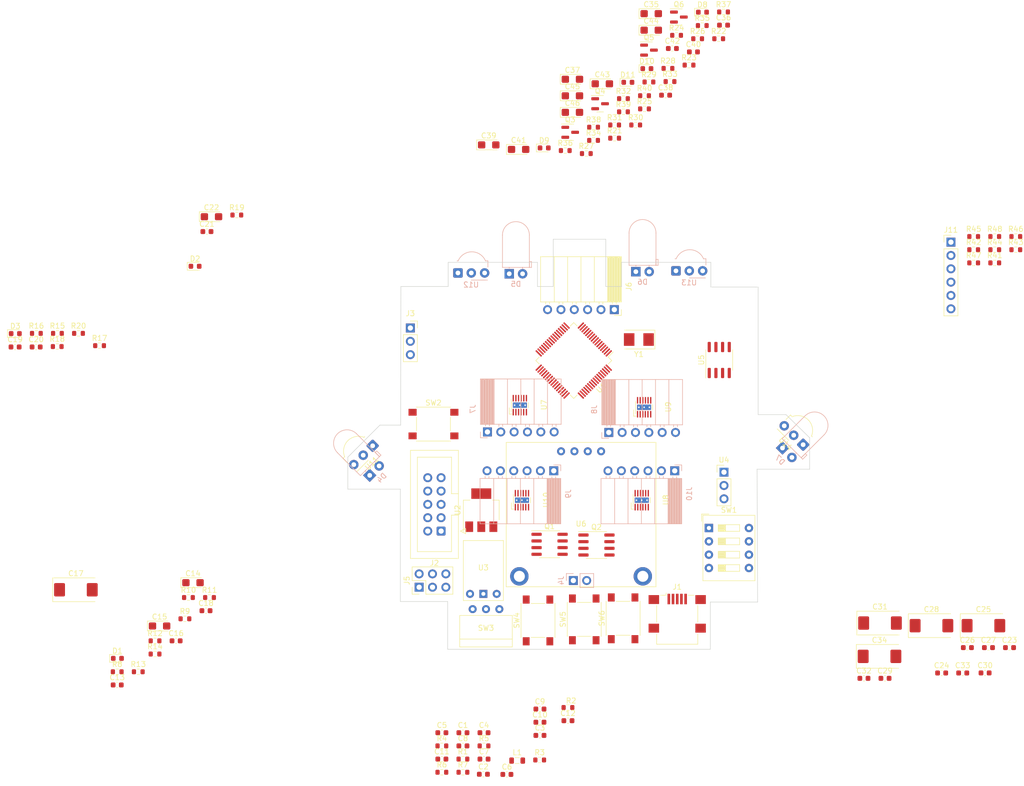
<source format=kicad_pcb>
(kicad_pcb (version 20211014) (generator pcbnew)
  (layers (0 "F.Cu" signal) (31 "B.Cu" signal) (34 "B.Paste" user) (35 "F.Paste" user) (36 "B.SilkS" user "B.Silkscreen") (37 "F.SilkS" user "F.Silkscreen") (38 "B.Mask" user) (39 "F.Mask" user) (44 "Edge.Cuts" user))
  (net 0 "")
  (net 1 "Net-(C1-Pad1)")
  (net 2 "GND")
  (net 3 "Net-(C2-Pad1)")
  (net 4 "Net-(C3-Pad1)")
  (net 5 "Net-(C4-Pad1)")
  (net 6 "RST")
  (net 7 "+3.3VADC")
  (net 8 "+3V3")
  (net 9 "+5V")
  (net 10 "SUPPLY")
  (net 11 "BATTERY")
  (net 12 "BUTT1")
  (net 13 "BUTT2")
  (net 14 "BUTT3")
  (net 15 "Net-(C22-Pad1)")
  (net 16 "Net-(C43-Pad1)")
  (net 17 "Net-(C44-Pad1)")
  (net 18 "Net-(C45-Pad1)")
  (net 19 "Net-(C46-Pad1)")
  (net 20 "Net-(D1-Pad2)")
  (net 21 "Net-(D2-Pad2)")
  (net 22 "Net-(D3-Pad2)")
  (net 23 "Net-(D4-Pad1)")
  (net 24 "Net-(D4-Pad2)")
  (net 25 "Net-(D5-Pad1)")
  (net 26 "Net-(D5-Pad2)")
  (net 27 "Net-(D6-Pad1)")
  (net 28 "Net-(D6-Pad2)")
  (net 29 "Net-(D7-Pad1)")
  (net 30 "Net-(D7-Pad2)")
  (net 31 "PROX1")
  (net 32 "Net-(D8-Pad2)")
  (net 33 "PROX2")
  (net 34 "Net-(D9-Pad2)")
  (net 35 "PROX3")
  (net 36 "Net-(D10-Pad2)")
  (net 37 "PROX4")
  (net 38 "Net-(D11-Pad2)")
  (net 39 "USB_5V")
  (net 40 "Net-(J1-Pad2)")
  (net 41 "Net-(J1-Pad3)")
  (net 44 "SWCLK")
  (net 46 "SWDIO")
  (net 49 "STLINK_5V")
  (net 50 "RX")
  (net 51 "TX")
  (net 52 "INPUT")
  (net 54 "LINE1")
  (net 55 "LINE2")
  (net 56 "LINE3")
  (net 57 "LINE4")
  (net 58 "MOT1_B")
  (net 59 "MOT1_A")
  (net 60 "MOT1_OUT1")
  (net 61 "MOT1_OUT2")
  (net 62 "MOT2_B")
  (net 63 "MOT2_A")
  (net 64 "MOT2_OUT1")
  (net 65 "MOT2_OUT2")
  (net 66 "MOT3_B")
  (net 67 "MOT3_A")
  (net 68 "MOT3_OUT1")
  (net 69 "MOT3_OUT2")
  (net 70 "MOT4_B")
  (net 71 "MOT4_A")
  (net 72 "MOT4_OUT1")
  (net 73 "MOT4_OUT2")
  (net 74 "GND_BOARD")
  (net 75 "+3.3V_BOARD")
  (net 76 "LINE1_BOARD")
  (net 77 "LINE2_BOARD")
  (net 78 "LINE3_BOARD")
  (net 79 "LINE4_BOARD")
  (net 80 "Net-(Q1-Pad1)")
  (net 81 "Net-(Q1-Pad4)")
  (net 82 "Net-(Q2-Pad4)")
  (net 83 "Net-(Q3-Pad1)")
  (net 84 "Net-(Q4-Pad1)")
  (net 85 "Net-(Q5-Pad1)")
  (net 86 "Net-(Q6-Pad1)")
  (net 87 "USB_DP")
  (net 88 "USB_DM")
  (net 89 "BOOT0")
  (net 90 "SW1{slash}BOOT1")
  (net 91 "SW2")
  (net 92 "SW3")
  (net 93 "Net-(R10-Pad2)")
  (net 94 "Net-(R11-Pad2)")
  (net 95 "LED_G")
  (net 96 "LED_Y")
  (net 97 "PROX_GEN")
  (net 98 "Net-(R41-Pad1)")
  (net 99 "Net-(R43-Pad1)")
  (net 100 "Net-(R45-Pad1)")
  (net 101 "Net-(R47-Pad1)")
  (net 102 "RECIV")
  (net 103 "MOT1_IN1")
  (net 104 "MOT1_IN2")
  (net 105 "MOT2_IN1")
  (net 106 "MOT2_IN2")
  (net 108 "MOT3_IN1")
  (net 109 "MOT3_IN2")
  (net 114 "MOT4_IN1")
  (net 116 "MOT4_IN2")
  (net 117 "SCL")
  (net 118 "SDA")
  (footprint "Capacitor_SMD:C_0603_1608Metric" (layer "F.Cu") (at 237.0425 144.28)
    (fp_text reference "C27" (at 0 -1.43) (layer "F.SilkS"))
    (fp_text value "100nF")
    (pad "1" smd roundrect (at -0.775 0) (size 0.9 0.95) (layers "F.Cu" "F.Paste" "F.Mask") (net 10 "SUPPLY"))
    (pad "2" smd roundrect (at 0.775 0) (size 0.9 0.95) (layers "F.Cu" "F.Paste" "F.Mask") (net 2 "GND"))
  )
  (footprint "Resistor_SMD:R_0603_1608Metric" (layer "F.Cu") (at 234.23 71)
    (fp_text reference "R47" (at 0 -1.43) (layer "F.SilkS"))
    (fp_text value "200")
    (pad "1" smd roundrect (at -0.825 0) (size 0.8 0.95) (layers "F.Cu" "F.Paste" "F.Mask") (net 101 "Net-(R47-Pad1)"))
    (pad "2" smd roundrect (at 0.825 0) (size 0.8 0.95) (layers "F.Cu" "F.Paste" "F.Mask") (net 75 "+3.3V_BOARD"))
  )
  (footprint "LED_SMD:LED_0603_1608Metric" (layer "F.Cu") (at 172.025 33.995)
    (fp_text reference "D10" (at 0 -1.43) (layer "F.SilkS"))
    (fp_text value "YELLOW")
    (pad "1" smd roundrect (at -0.7875 0) (size 0.875 0.95) (layers "F.Cu" "F.Paste" "F.Mask") (net 35 "PROX3"))
    (pad "2" smd roundrect (at 0.7875 0) (size 0.875 0.95) (layers "F.Cu" "F.Paste" "F.Mask") (net 36 "Net-(D10-Pad2)"))
  )
  (footprint "LED_SMD:LED_0603_1608Metric" (layer "F.Cu") (at 152.475 49.105)
    (fp_text reference "D9" (at 0 -1.43) (layer "F.SilkS"))
    (fp_text value "YELLOW")
    (pad "1" smd roundrect (at -0.7875 0) (size 0.875 0.95) (layers "F.Cu" "F.Paste" "F.Mask") (net 33 "PROX2"))
    (pad "2" smd roundrect (at 0.7875 0) (size 0.875 0.95) (layers "F.Cu" "F.Paste" "F.Mask") (net 34 "Net-(D9-Pad2)"))
  )
  (footprint "Connector_PinHeader_2.54mm:PinHeader_2x03_P2.54mm_Vertical" (layer "F.Cu") (at 128.675 132.775 90)
    (fp_text reference "J5" (at 1.27 -2.33 90) (layer "F.SilkS"))
    (fp_text value "Conn_02x03_Odd_Even")
    (pad "1" thru_hole rect (at 0 0 90) (size 1.7 1.7) (drill 1) (layers *.Cu *.Mask) (net 39 "USB_5V"))
    (pad "2" thru_hole oval (at 2.54 0 90) (size 1.7 1.7) (drill 1) (layers *.Cu *.Mask) (net 9 "+5V"))
    (pad "3" thru_hole oval (at 0 2.54 90) (size 1.7 1.7) (drill 1) (layers *.Cu *.Mask) (net 52 "INPUT"))
    (pad "4" thru_hole oval (at 2.54 2.54 90) (size 1.7 1.7) (drill 1) (layers *.Cu *.Mask))
    (pad "5" thru_hole oval (at 0 5.08 90) (size 1.7 1.7) (drill 1) (layers *.Cu *.Mask) (net 49 "STLINK_5V"))
    (pad "6" thru_hole oval (at 2.54 5.08 90) (size 1.7 1.7) (drill 1) (layers *.Cu *.Mask) (net 9 "+5V"))
  )
  (footprint "Capacitor_SMD:C_0603_1608Metric" (layer "F.Cu") (at 71.2 151.39)
    (fp_text reference "C13" (at 0 -1.43) (layer "F.SilkS"))
    (fp_text value "100nF")
    (pad "1" smd roundrect (at -0.775 0) (size 0.9 0.95) (layers "F.Cu" "F.Paste" "F.Mask") (net 9 "+5V"))
    (pad "2" smd roundrect (at 0.775 0) (size 0.9 0.95) (layers "F.Cu" "F.Paste" "F.Mask") (net 2 "GND"))
  )
  (footprint "Capacitor_Tantalum_SMD:CP_EIA-7343-31_Kemet-D" (layer "F.Cu") (at 236.0875 140.1)
    (fp_text reference "C25" (at 0 -3.1) (layer "F.SilkS"))
    (fp_text value "47uF/20V")
    (pad "1" smd roundrect (at -3.1125 0) (size 2.075 2.55) (layers "F.Cu" "F.Paste" "F.Mask") (roundrect_rratio 0.120482) (net 10 "SUPPLY"))
    (pad "2" smd roundrect (at 3.1125 0) (size 2.075 2.55) (layers "F.Cu" "F.Paste" "F.Mask") (roundrect_rratio 0.120482) (net 2 "GND"))
  )
  (footprint "Capacitor_SMD:C_0603_1608Metric" (layer "F.Cu") (at 55.77 87.015)
    (fp_text reference "C20" (at 0 -1.43) (layer "F.SilkS"))
    (fp_text value "100nF")
    (pad "1" smd roundrect (at -0.775 0) (size 0.9 0.95) (layers "F.Cu" "F.Paste" "F.Mask") (net 13 "BUTT2"))
    (pad "2" smd roundrect (at 0.775 0) (size 0.9 0.95) (layers "F.Cu" "F.Paste" "F.Mask") (net 2 "GND"))
  )
  (footprint "Resistor_SMD:R_0603_1608Metric" (layer "F.Cu") (at 172.415 36.545)
    (fp_text reference "R29" (at 0 -1.43) (layer "F.SilkS"))
    (fp_text value "1k")
    (pad "1" smd roundrect (at -0.825 0) (size 0.8 0.95) (layers "F.Cu" "F.Paste" "F.Mask") (net 83 "Net-(Q3-Pad1)"))
    (pad "2" smd roundrect (at 0.825 0) (size 0.8 0.95) (layers "F.Cu" "F.Paste" "F.Mask") (net 2 "GND"))
  )
  (footprint "Inductor_SMD:L_0805_2012Metric" (layer "F.Cu") (at 147.3375 165.8)
    (fp_text reference "L1" (at 0 -1.55) (layer "F.SilkS"))
    (fp_text value "4.7uH")
    (pad "1" smd roundrect (at -1.0625 0) (size 0.875 1.2) (layers "F.Cu" "F.Paste" "F.Mask") (net 8 "+3V3"))
    (pad "2" smd roundrect (at 1.0625 0) (size 0.875 1.2) (layers "F.Cu" "F.Paste" "F.Mask") (net 7 "+3.3VADC"))
  )
  (footprint "Connector_USB:USB_Mini-B_Lumberg_2486_01_Horizontal" (layer "F.Cu") (at 177.8 137.725)
    (fp_text reference "J1" (at 0 -5) (layer "F.SilkS"))
    (fp_text value "USB_B_Mini")
    (pad "" np_thru_hole circle (at 2.2 0) (size 1 1) (drill 1) (layers *.Cu *.Mask))
    (pad "" np_thru_hole circle (at -2.2 0) (size 1 1) (drill 1) (layers *.Cu *.Mask))
    (pad "1" smd rect (at -1.6 -2.7) (size 0.5 2) (layers "F.Cu" "F.Paste" "F.Mask") (net 39 "USB_5V"))
    (pad "2" smd rect (at -0.8 -2.7) (size 0.5 2) (layers "F.Cu" "F.Paste" "F.Mask") (net 40 "Net-(J1-Pad2)"))
    (pad "3" smd rect (at 0 -2.7) (size 0.5 2) (layers "F.Cu" "F.Paste" "F.Mask") (net 41 "Net-(J1-Pad3)"))
    (pad "4" smd rect (at 0.8 -2.7) (size 0.5 2) (layers "F.Cu" "F.Paste" "F.Mask"))
    (pad "5" smd rect (at 1.6 -2.7) (size 0.5 2) (layers "F.Cu" "F.Paste" "F.Mask") (net 2 "GND"))
    (pad "6" smd rect (at -4.45 -2.6) (size 2 1.7) (layers "F.Cu" "F.Paste" "F.Mask"))
    (pad "6" smd rect (at 4.45 2.85) (size 2 1.7) (layers "F.Cu" "F.Paste" "F.Mask"))
    (pad "6" smd rect (at 4.45 -2.6) (size 2 1.7) (layers "F.Cu" "F.Paste" "F.Mask"))
    (pad "6" smd rect (at -4.45 2.85) (size 2 1.7) (layers "F.Cu" "F.Paste" "F.Mask"))
  )
  (footprint "Crystal:Crystal_SMD_5032-2Pin_5.0x3.2mm" (layer "F.Cu") (at 170.5 85.6 180)
    (fp_text reference "Y1" (at 0 -2.8) (layer "F.SilkS"))
    (fp_text value "8MHz")
    (pad "1" smd rect (at -1.85 0 180) (size 2 2.4) (layers "F.Cu" "F.Paste" "F.Mask") (net 4 "Net-(C3-Pad1)"))
    (pad "2" smd rect (at 1.85 0 180) (size 2 2.4) (layers "F.Cu" "F.Paste" "F.Mask") (net 5 "Net-(C4-Pad1)"))
  )
  (footprint "LED_SMD:LED_0603_1608Metric" (layer "F.Cu") (at 168.405 36.605)
    (fp_text reference "D11" (at 0 -1.43) (layer "F.SilkS"))
    (fp_text value "YELLOW")
    (pad "1" smd roundrect (at -0.7875 0) (size 0.875 0.95) (layers "F.Cu" "F.Paste" "F.Mask") (net 37 "PROX4"))
    (pad "2" smd roundrect (at 0.7875 0) (size 0.875 0.95) (layers "F.Cu" "F.Paste" "F.Mask") (net 38 "Net-(D11-Pad2)"))
  )
  (footprint "Resistor_SMD:R_0603_1608Metric" (layer "F.Cu") (at 141.02 163)
    (fp_text reference "R5" (at 0 -1.43) (layer "F.SilkS"))
    (fp_text value "10k")
    (pad "1" smd roundrect (at -0.825 0) (size 0.8 0.95) (layers "F.Cu" "F.Paste" "F.Mask") (net 8 "+3V3"))
    (pad "2" smd roundrect (at 0.825 0) (size 0.8 0.95) (layers "F.Cu" "F.Paste" "F.Mask") (net 91 "SW2"))
  )
  (footprint "Resistor_SMD:R_0603_1608Metric" (layer "F.Cu") (at 63.83 84.425)
    (fp_text reference "R20" (at 0 -1.43) (layer "F.SilkS"))
    (fp_text value "100")
    (pad "1" smd roundrect (at -0.825 0) (size 0.8 0.95) (layers "F.Cu" "F.Paste" "F.Mask") (net 8 "+3V3"))
    (pad "2" smd roundrect (at 0.825 0) (size 0.8 0.95) (layers "F.Cu" "F.Paste" "F.Mask") (net 15 "Net-(C22-Pad1)"))
  )
  (footprint "Capacitor_SMD:C_0603_1608Metric" (layer "F.Cu") (at 151.6675 155.98)
    (fp_text reference "C9" (at 0 -1.43) (layer "F.SilkS"))
    (fp_text value "100nF")
    (pad "1" smd roundrect (at -0.775 0) (size 0.9 0.95) (layers "F.Cu" "F.Paste" "F.Mask") (net 8 "+3V3"))
    (pad "2" smd roundrect (at 0.775 0) (size 0.9 0.95) (layers "F.Cu" "F.Paste" "F.Mask") (net 2 "GND"))
  )
  (footprint "Capacitor_SMD:C_0603_1608Metric" (layer "F.Cu") (at 51.76 87.015)
    (fp_text reference "C19" (at 0 -1.43) (layer "F.SilkS"))
    (fp_text value "100nF")
    (pad "1" smd roundrect (at -0.775 0) (size 0.9 0.95) (layers "F.Cu" "F.Paste" "F.Mask") (net 12 "BUTT1"))
    (pad "2" smd roundrect (at 0.775 0) (size 0.9 0.95) (layers "F.Cu" "F.Paste" "F.Mask") (net 2 "GND"))
  )
  (footprint "Resistor_SMD:R_0603_1608Metric" (layer "F.Cu") (at 238.24 68.49)
    (fp_text reference "R44" (at 0 -1.43) (layer "F.SilkS"))
    (fp_text value "10k")
    (pad "1" smd roundrect (at -0.825 0) (size 0.8 0.95) (layers "F.Cu" "F.Paste" "F.Mask") (net 75 "+3.3V_BOARD"))
    (pad "2" smd roundrect (at 0.825 0) (size 0.8 0.95) (layers "F.Cu" "F.Paste" "F.Mask") (net 76 "LINE1_BOARD"))
  )
  (footprint "Connector_PinSocket_2.54mm:PinSocket_1x06_P2.54mm_Horizontal" (layer "F.Cu") (at 165.825 79.9 -90)
    (fp_text reference "J6" (at -4.38 -2.77 90) (layer "F.SilkS"))
    (fp_text value "Conn_01x06")
    (pad "1" thru_hole rect (at 0 0 270) (size 1.7 1.7) (drill 1) (layers *.Cu *.Mask) (net 2 "GND"))
    (pad "2" thru_hole oval (at 0 2.54 270) (size 1.7 1.7) (drill 1) (layers *.Cu *.Mask) (net 8 "+3V3"))
    (pad "3" thru_hole oval (at 0 5.08 270) (size 1.7 1.7) (drill 1) (layers *.Cu *.Mask) (net 54 "LINE1"))
    (pad "4" thru_hole oval (at 0 7.62 270) (size 1.7 1.7) (drill 1) (layers *.Cu *.Mask) (net 55 "LINE2"))
    (pad "5" thru_hole oval (at 0 10.16 270) (size 1.7 1.7) (drill 1) (layers *.Cu *.Mask) (net 56 "LINE3"))
    (pad "6" thru_hole oval (at 0 12.7 270) (size 1.7 1.7) (drill 1) (layers *.Cu *.Mask) (net 57 "LINE4"))
  )
  (footprint "Capacitor_SMD:C_0603_1608Metric" (layer "F.Cu") (at 151.6675 161)
    (fp_text reference "C3" (at 0 -1.43) (layer "F.SilkS"))
    (fp_text value "22pF")
    (pad "1" smd roundrect (at -0.775 0) (size 0.9 0.95) (layers "F.Cu" "F.Paste" "F.Mask") (net 4 "Net-(C3-Pad1)"))
    (pad "2" smd roundrect (at 0.775 0) (size 0.9 0.95) (layers "F.Cu" "F.Paste" "F.Mask") (net 2 "GND"))
  )
  (footprint "Resistor_SMD:R_0603_1608Metric" (layer "F.Cu") (at 84.76 134.74)
    (fp_text reference "R10" (at 0 -1.43) (layer "F.SilkS"))
    (fp_text value "1k")
    (pad "1" smd roundrect (at -0.825 0) (size 0.8 0.95) (layers "F.Cu" "F.Paste" "F.Mask") (net 82 "Net-(Q2-Pad4)"))
    (pad "2" smd roundrect (at 0.825 0) (size 0.8 0.95) (layers "F.Cu" "F.Paste" "F.Mask") (net 93 "Net-(R10-Pad2)"))
  )
  (footprint "Connector_PinHeader_2.54mm:PinHeader_1x03_P2.54mm_Vertical" (layer "F.Cu") (at 186.7 110.86)
    (fp_text reference "U4" (at 0 -2.33) (layer "F.SilkS"))
    (fp_text value "TSOP4838")
    (pad "1" thru_hole rect (at 0 0) (size 1.7 1.7) (drill 1) (layers *.Cu *.Mask) (net 102 "RECIV"))
    (pad "2" thru_hole oval (at 0 2.54) (size 1.7 1.7) (drill 1) (layers *.Cu *.Mask) (net 2 "GND"))
    (pad "3" thru_hole oval (at 0 5.08) (size 1.7 1.7) (drill 1) (layers *.Cu *.Mask) (net 15 "Net-(C22-Pad1)"))
  )
  (footprint "LED_SMD:LED_0603_1608Metric" (layer "F.Cu") (at 86.02 71.645)
    (fp_text reference "D2" (at 0 -1.43) (layer "F.SilkS"))
    (fp_text value "GREEN")
    (pad "1" smd roundrect (at -0.7875 0) (size 0.875 0.95) (layers "F.Cu" "F.Paste" "F.Mask") (net 2 "GND"))
    (pad "2" smd roundrect (at 0.7875 0) (size 0.875 0.95) (layers "F.Cu" "F.Paste" "F.Mask") (net 21 "Net-(D2-Pad2)"))
  )
  (footprint "Resistor_SMD:R_0603_1608Metric" (layer "F.Cu") (at 84.09 138.79)
    (fp_text reference "R9" (at 0 -1.43) (layer "F.SilkS"))
    (fp_text value "1k")
    (pad "1" smd roundrect (at -0.825 0) (size 0.8 0.95) (layers "F.Cu" "F.Paste" "F.Mask") (net 81 "Net-(Q1-Pad4)"))
    (pad "2" smd roundrect (at 0.825 0) (size 0.8 0.95) (layers "F.Cu" "F.Paste" "F.Mask") (net 2 "GND"))
  )
  (footprint "Capacitor_Tantalum_SMD:CP_EIA-3216-18_Kemet-A" (layer "F.Cu") (at 79.265 140.16)
    (fp_text reference "C15" (at 0 -1.75) (layer "F.SilkS"))
    (fp_text value "4.7uF")
    (pad "1" smd roundrect (at -1.35 0) (size 1.4 1.35) (layers "F.Cu" "F.Paste" "F.Mask") (roundrect_rratio 0.185185) (net 8 "+3V3"))
    (pad "2" smd roundrect (at 1.35 0) (size 1.4 1.35) (layers "F.Cu" "F.Paste" "F.Mask") (roundrect_rratio 0.185185) (net 2 "GND"))
  )
  (footprint "Capacitor_Tantalum_SMD:CP_EIA-3216-18_Kemet-A" (layer "F.Cu") (at 157.85 42.325)
    (fp_text reference "C46" (at 0 -1.75) (layer "F.SilkS"))
    (fp_text value "4.7uF")
    (pad "1" smd roundrect (at -1.35 0) (size 1.4 1.35) (layers "F.Cu" "F.Paste" "F.Mask") (roundrect_rratio 0.185185) (net 19 "Net-(C46-Pad1)"))
    (pad "2" smd roundrect (at 1.35 0) (size 1.4 1.35) (layers "F.Cu" "F.Paste" "F.Mask") (roundrect_rratio 0.185185) (net 2 "GND"))
  )
  (footprint "Capacitor_Tantalum_SMD:CP_EIA-3216-18_Kemet-A" (layer "F.Cu") (at 141.92 48.525)
    (fp_text reference "C39" (at 0 -1.75) (layer "F.SilkS"))
    (fp_text value "4.7uF")
    (pad "1" smd roundrect (at -1.35 0) (size 1.4 1.35) (layers "F.Cu" "F.Paste" "F.Mask") (roundrect_rratio 0.185185) (net 9 "+5V"))
    (pad "2" smd roundrect (at 1.35 0) (size 1.4 1.35) (layers "F.Cu" "F.Paste" "F.Mask") (roundrect_rratio 0.185185) (net 2 "GND"))
  )
  (footprint "Resistor_SMD:R_0603_1608Metric" (layer "F.Cu") (at 71.2 148.88)
    (fp_text reference "R8" (at 0 -1.43) (layer "F.SilkS"))
    (fp_text value "10k")
    (pad "1" smd roundrect (at -0.825 0) (size 0.8 0.95) (layers "F.Cu" "F.Paste" "F.Mask") (net 80 "Net-(Q1-Pad1)"))
    (pad "2" smd roundrect (at 0.825 0) (size 0.8 0.95) (layers "F.Cu" "F.Paste" "F.Mask") (net 82 "Net-(Q2-Pad4)"))
  )
  (footprint "LED_SMD:LED_0603_1608Metric" (layer "F.Cu") (at 71.24 146.33)
    (fp_text reference "D1" (at 0 -1.43) (layer "F.SilkS"))
    (fp_text value "RED")
    (pad "1" smd roundrect (at -0.7875 0) (size 0.875 0.95) (layers "F.Cu" "F.Paste" "F.Mask") (net 2 "GND"))
    (pad "2" smd roundrect (at 0.7875 0) (size 0.875 0.95) (layers "F.Cu" "F.Paste" "F.Mask") (net 20 "Net-(D1-Pad2)"))
  )
  (footprint "Capacitor_Tantalum_SMD:CP_EIA-3216-18_Kemet-A" (layer "F.Cu") (at 163.54 36.885)
    (fp_text reference "C43" (at 0 -1.75) (layer "F.SilkS"))
    (fp_text value "4.7uF")
    (pad "1" smd roundrect (at -1.35 0) (size 1.4 1.35) (layers "F.Cu" "F.Paste" "F.Mask") (roundrect_rratio 0.185185) (net 16 "Net-(C43-Pad1)"))
    (pad "2" smd roundrect (at 1.35 0) (size 1.4 1.35) (layers "F.Cu" "F.Paste" "F.Mask") (roundrect_rratio 0.185185) (net 2 "GND"))
  )
  (footprint "Capacitor_Tantalum_SMD:CP_EIA-3216-18_Kemet-A" (layer "F.Cu") (at 85.625 131.91)
    (fp_text reference "C14" (at 0 -1.75) (layer "F.SilkS"))
    (fp_text value "4.7uF")
    (pad "1" smd roundrect (at -1.35 0) (size 1.4 1.35) (layers "F.Cu" "F.Paste" "F.Mask") (roundrect_rratio 0.185185) (net 9 "+5V"))
    (pad "2" smd roundrect (at 1.35 0) (size 1.4 1.35) (layers "F.Cu" "F.Paste" "F.Mask") (roundrect_rratio 0.185185) (net 2 "GND"))
  )
  (footprint "Resistor_SMD:R_0603_1608Metric" (layer "F.Cu") (at 182.565 25.795)
    (fp_text reference "R35" (at 0 -1.43) (layer "F.SilkS"))
    (fp_text value "270")
    (pad "1" smd roundrect (at -0.825 0) (size 0.8 0.95) (layers "F.Cu" "F.Paste" "F.Mask") (net 8 "+3V3"))
    (pad "2" smd roundrect (at 0.825 0) (size 0.8 0.95) (layers "F.Cu" "F.Paste" "F.Mask") (net 36 "Net-(D10-Pad2)"))
  )
  (footprint "Resistor_SMD:R_0603_1608Metric" (layer "F.Cu") (at 137.01 168.02)
    (fp_text reference "R7" (at 0 -1.43) (layer "F.SilkS"))
    (fp_text value "10k")
    (pad "1" smd roundrect (at -0.825 0) (size 0.8 0.95) (layers "F.Cu" "F.Paste" "F.Mask") (net 8 "+3V3"))
    (pad "2" smd roundrect (at 0.825 0) (size 0.8 0.95) (layers "F.Cu" "F.Paste" "F.Mask") (net 6 "RST"))
  )
  (footprint "Package_TO_SOT_SMD:SOT-23" (layer "F.Cu") (at 163.115 40.685)
    (fp_text reference "Q4" (at 0 -2.4) (layer "F.SilkS"))
    (fp_text value "AO3414")
    (pad "1" smd roundrect (at -0.9375 -0.95) (size 1.475 0.6) (layers "F.Cu" "F.Paste" "F.Mask") (net 84 "Net-(Q4-Pad1)"))
    (pad "2" smd roundrect (at -0.9375 0.95) (size 1.475 0.6) (layers "F.Cu" "F.Paste" "F.Mask") (net 2 "GND"))
    (pad "3" smd roundrect (at 0.9375 0) (size 1.475 0.6) (layers "F.Cu" "F.Paste" "F.Mask") (net 25 "Net-(D5-Pad1)"))
  )
  (footprint "Capacitor_Tantalum_SMD:CP_EIA-7343-31_Kemet-D" (layer "F.Cu") (at 226.1975 140.1)
    (fp_text reference "C28" (at 0 -3.1) (layer "F.SilkS"))
    (fp_text value "47uF/20V")
    (pad "1" smd roundrect (at -3.1125 0) (size 2.075 2.55) (layers "F.Cu" "F.Paste" "F.Mask") (roundrect_rratio 0.120482) (net 10 "SUPPLY"))
    (pad "2" smd roundrect (at 3.1125 0) (size 2.075 2.55) (layers "F.Cu" "F.Paste" "F.Mask") (roundrect_rratio 0.120482) (net 2 "GND"))
  )
  (footprint "Resistor_SMD:R_0603_1608Metric" (layer "F.Cu") (at 161.875 45.155)
    (fp_text reference "R38" (at 0 -1.43) (layer "F.SilkS"))
    (fp_text value "100")
    (pad "1" smd roundrect (at -0.825 0) (size 0.8 0.95) (layers "F.Cu" "F.Paste" "F.Mask") (net 8 "+3V3"))
    (pad "2" smd roundrect (at 0.825 0) (size 0.8 0.95) (layers "F.Cu" "F.Paste" "F.Mask") (net 17 "Net-(C44-Pad1)"))
  )
  (footprint "Resistor_SMD:R_0603_1608Metric" (layer "F.Cu") (at 75.21 148.88)
    (fp_text reference "R13" (at 0 -1.43) (layer "F.SilkS"))
    (fp_text value "18k")
    (pad "1" smd roundrect (at -0.825 0) (size 0.8 0.95) (layers "F.Cu" "F.Paste" "F.Mask") (net 94 "Net-(R11-Pad2)"))
    (pad "2" smd roundrect (at 0.825 0) (size 0.8 0.95) (layers "F.Cu" "F.Paste" "F.Mask") (net 11 "BATTERY"))
  )
  (footprint "Capacitor_SMD:C_0603_1608Metric" (layer "F.Cu") (at 133 165.51)
    (fp_text reference "C11" (at 0 -1.43) (layer "F.SilkS"))
    (fp_text value "100nF")
    (pad "1" smd roundrect (at -0.775 0) (size 0.9 0.95) (layers "F.Cu" "F.Paste" "F.Mask") (net 8 "+3V3"))
    (pad "2" smd roundrect (at 0.775 0) (size 0.9 0.95) (layers "F.Cu" "F.Paste" "F.Mask") (net 2 "GND"))
  )
  (footprint "Capacitor_SMD:C_0603_1608Metric" (layer "F.Cu") (at 157 158.2)
    (fp_text reference "C12" (at 0 -1.43) (layer "F.SilkS"))
    (fp_text value "4.7uF")
    (pad "1" smd roundrect (at -0.775 0) (size 0.9 0.95) (layers "F.Cu" "F.Paste" "F.Mask") (net 8 "+3V3"))
    (pad "2" smd roundrect (at 0.775 0) (size 0.9 0.95) (layers "F.Cu" "F.Paste" "F.Mask") (net 2 "GND"))
  )
  (footprint "Capacitor_SMD:C_0603_1608Metric" (layer "F.Cu") (at 88.1 137.25)
    (fp_text reference "C18" (at 0 -1.43) (layer "F.SilkS"))
    (fp_text value "100nF")
    (pad "1" smd roundrect (at -0.775 0) (size 0.9 0.95) (layers "F.Cu" "F.Paste" "F.Mask") (net 11 "BATTERY"))
    (pad "2" smd roundrect (at 0.775 0) (size 0.9 0.95) (layers "F.Cu" "F.Paste" "F.Mask") (net 2 "GND"))
  )
  (footprint "Resistor_SMD:R_0603_1608Metric" (layer "F.Cu") (at 161.875 47.665)
    (fp_text reference "R34" (at 0 -1.43) (layer "F.SilkS"))
    (fp_text value "270")
    (pad "1" smd roundrect (at -0.825 0) (size 0.8 0.95) (layers "F.Cu" "F.Paste" "F.Mask") (net 8 "+3V3"))
    (pad "2" smd roundrect (at 0.825 0) (size 0.8 0.95) (layers "F.Cu" "F.Paste" "F.Mask") (net 34 "Net-(D9-Pad2)"))
  )
  (footprint "Capacitor_SMD:C_0603_1608Metric" (layer "F.Cu") (at 137.01 163)
    (fp_text reference "C8" (at 0 -1.43) (layer "F.SilkS"))
    (fp_text value "100nF")
    (pad "1" smd roundrect (at -0.775 0) (size 0.9 0.95) (layers "F.Cu" "F.Paste" "F.Mask") (net 8 "+3V3"))
    (pad "2" smd roundrect (at 0.775 0) (size 0.9 0.95) (layers "F.Cu" "F.Paste" "F.Mask") (net 2 "GND"))
  )
  (footprint "Resistor_SMD:R_0603_1608Metric" (layer "F.Cu") (at 238.24 65.98)
    (fp_text reference "R48" (at 0 -1.43) (layer "F.SilkS"))
    (fp_text value "10k")
    (pad "1" smd roundrect (at -0.825 0) (size 0.8 0.95) (layers "F.Cu" "F.Paste" "F.Mask") (net 75 "+3.3V_BOARD"))
    (pad "2" smd roundrect (at 0.825 0) (size 0.8 0.95) (layers "F.Cu" "F.Paste" "F.Mask") (net 76 "LINE1_BOARD"))
  )
  (footprint "Capacitor_SMD:C_0603_1608Metric" (layer "F.Cu") (at 241.0525 144.28)
    (fp_text reference "C23" (at 0 -1.43) (layer "F.SilkS"))
    (fp_text value "100nF")
    (pad "1" smd roundrect (at -0.775 0) (size 0.9 0.95) (layers "F.Cu" "F.Paste" "F.Mask") (net 8 "+3V3"))
    (pad "2" smd roundrect (at 0.775 0) (size 0.9 0.95) (layers "F.Cu" "F.Paste" "F.Mask") (net 2 "GND"))
  )
  (footprint "OptoDevice:Vishay_MOLD-3Pin" (layer "F.Cu") (at 201.766206 105.625897 135)
    (fp_text reference "U14" (at 2.5 -2.25 135) (layer "F.SilkS"))
    (fp_text value "TSOP32156")
    (pad "1" thru_hole roundrect (at 0 0 135) (size 1.8 1.8) (drill 0.9) (layers *.Cu *.Mask) (roundrect_rratio 0.138) (net 37 "PROX4"))
    (pad "2" thru_hole circle (at 2.54 0 135) (size 1.8 1.8) (drill 0.9) (layers *.Cu *.Mask) (net 19 "Net-(C46-Pad1)"))
    (pad "3" thru_hole circle (at 5.08 0 135) (size 1.8 1.8) (drill 0.9) (layers *.Cu *.Mask) (net 2 "GND"))
  )
  (footprint "Capacitor_Tantalum_SMD:CP_EIA-7343-31_Kemet-D" (layer "F.Cu") (at 216.3075 145.95)
    (fp_text reference "C34" (at 0 -3.1) (layer "F.SilkS"))
    (fp_text value "47uF/20V")
    (pad "1" smd roundrect (at -3.1125 0) (size 2.075 2.55) (layers "F.Cu" "F.Paste" "F.Mask") (roundrect_rratio 0.120482) (net 10 "SUPPLY"))
    (pad "2" smd roundrect (at 3.1125 0) (size 2.075 2.55) (layers "F.Cu" "F.Paste" "F.Mask") (roundrect_rratio 0.120482) (net 2 "GND"))
  )
  (footprint "Package_QFP:LQFP-64_10x10mm_P0.5mm" (layer "F.Cu") (at 158.1 89.6 -135)
    (fp_text reference "U1" (at 0 -7.4 45) (layer "F.SilkS"))
    (fp_text value "STM32F405RGTx")
    (pad "1" smd roundrect (at -5.675 -3.75 225) (size 1.55 0.3) (layers "F.Cu" "F.Paste" "F.Mask") (net 8 "+3V3"))
    (pad "2" smd roundrect (at -5.675 -3.25 225) (size 1.55 0.3) (layers "F.Cu" "F.Paste" "F.Mask") (net 37 "PROX4"))
    (pad "3" smd roundrect (at -5.675 -2.75 225) (size 1.55 0.3) (layers "F.Cu" "F.Paste" "F.Mask") (net 35 "PROX3"))
    (pad "4" smd roundrect (at -5.675 -2.25 225) (size 1.55 0.3) (layers "F.Cu" "F.Paste" "F.Mask") (net 102 "RECIV"))
    (pad "5" smd roundrect (at -5.675 -1.75 225) (size 1.55 0.3) (layers "F.Cu" "F.Paste" "F.Mask") (net 4 "Net-(C3-Pad1)"))
    (pad "6" smd roundrect (at -5.675 -1.25 225) (size 1.55 0.3) (layers "F.Cu" "F.Paste" "F.Mask") (net 5 "Net-(C4-Pad1)"))
    (pad "7" smd roundrect (at -5.675 -0.75 225) (size 1.55 0.3) (layers "F.Cu" "F.Paste" "F.Mask") (net 6 "RST"))
    (pad "8" smd roundrect (at -5.675 -0.25 225) (size 1.55 0.3) (layers "F.Cu" "F.Paste" "F.Mask") (net 54 "LINE1"))
    (pad "9" smd roundrect (at -5.675 0.25 225) (size 1.55 0.3) (layers "F.Cu" "F.Paste" "F.Mask") (net 55 "LINE2"))
    (pad "10" smd roundrect (at -5.675 0.75 225) (size 1.55 0.3) (layers "F.Cu" "F.Paste" "F.Mask") (net 56 "LINE3"))
    (pad "11" smd roundrect (at -5.675 1.25 225) (size 1.55 0.3) (layers "F.Cu" "F.Paste" "F.Mask") (net 57 "LINE4"))
    (pad "12" smd roundrect (at -5.675 1.75 225) (size 1.55 0.3) (layers "F.Cu" "F.Paste" "F.Mask") (net 2 "GND"))
    (pad "13" smd roundrect (at -5.675 2.25 225) (size 1.55 0.3) (layers "F.Cu" "F.Paste" "F.Mask") (net 7 "+3.3VADC"))
    (pad "14" smd roundrect (at -5.675 2.75 225) (size 1.55 0.3) (layers "F.Cu" "F.Paste" "F.Mask") (net 103 "MOT1_IN1"))
    (pad "15" smd roundrect (at -5.675 3.25 225) (size 1.55 0.3) (layers "F.Cu" "F.Paste" "F.Mask") (net 104 "MOT1_IN2"))
    (pad "16" smd roundrect (at -5.675 3.75 225) (size 1.55 0.3) (layers "F.Cu" "F.Paste" "F.Mask") (net 105 "MOT2_IN1"))
    (pad "17" smd roundrect (at -3.75 5.675 225) (size 0.3 1.55) (layers "F.Cu" "F.Paste" "F.Mask") (net 106 "MOT2_IN2"))
    (pad "18" smd roundrect (at -3.25 5.675 225) (size 0.3 1.55) (layers "F.Cu" "F.Paste" "F.Mask") (net 2 "GND"))
    (pad "19" smd roundrect (at -2.75 5.675 225) (size 0.3 1.55) (layers "F.Cu" "F.Paste" "F.Mask") (net 8 "+3V3"))
    (pad "20" smd roundrect (at -2.25 5.675 225) (size 0.3 1.55) (layers "F.Cu" "F.Paste" "F.Mask") (net 33 "PROX2"))
    (pad "21" smd roundrect (at -1.75 5.675 225) (size 0.3 1.55) (layers "F.Cu" "F.Paste" "F.Mask") (net 31 "PROX1"))
    (pad "22" smd roundrect (at -1.25 5.675 225) (size 0.3 1.55) (layers "F.Cu" "F.Paste" "F.Mask") (net 95 "LED_G"))
    (pad "23" smd roundrect (at -0.75 5.675 225) (size 0.3 1.55) (layers "F.Cu" "F.Paste" "F.Mask") (net 97 "PROX_GEN"))
    (pad "24" smd roundrect (at -0.25 5.675 225) (size 0.3 1.55) (layers "F.Cu" "F.Paste" "F.Mask") (net 11 "BATTERY"))
    (pad "25" smd roundrect (at 0.25 5.675 225) (size 0.3 1.55) (layers "F.Cu" "F.Paste" "F.Mask"))
    (pad "26" smd roundrect (at 0.75 5.675 225) (size 0.3 1.55) (layers "F.Cu" "F.Paste" "F.Mask") (net 92 "SW3"))
    (pad "27" smd roundrect (at 1.25 5.675 225) (size 0.3 1.55) (layers "F.Cu" "F.Paste" "F.Mask") (net 91 "SW2"))
    (pad "28" smd roundrect (at 1.75 5.675 225) (size 0.3 1.55) (layers "F.Cu" "F.Paste" "F.Mask") (net 90 "SW1{slash}BOOT1"))
    (pad "29" smd roundrect (at 2.25 5.675 225) (size 0.3 1.55) (layers "F.Cu" "F.Paste" "F.Mask") (net 108 "MOT3_IN1"))
    (pad "30" smd roundrect (at 2.75 5.675 225) (size 0.3 1.55) (layers "F.Cu" "F.Paste" "F.Mask") (net 109 "MOT3_IN2"))
    (pad "31" smd roundrect (at 3.25 5.675 225) (size 0.3 1.55) (layers "F.Cu" "F.Paste" "F.Mask") (net 1 "Net-(C1-Pad1)"))
    (pad "32" smd roundrect (at 3.75 5.675 225) (size 0.3 1.55) (layers "F.Cu" "F.Paste" "F.Mask") (net 8 "+3V3"))
    (pad "33" smd roundrect (at 5.675 3.75 225) (size 1.55 0.3) (layers "F.Cu" "F.Paste" "F.Mask") (net 12 "BUTT1"))
    (pad "34" smd roundrect (at 5.675 3.25 225) (size 1.55 0.3) (layers "F.Cu" "F.Paste" "F.Mask") (net 13 "BUTT2"))
    (pad "35" smd roundrect (at 5.675 2.75 225) (size 1.55 0.3) (layers "F.Cu" "F.Paste" "F.Mask") (net 14 "BUTT3"))
    (pad "36" smd roundrect (at 5.675 2.25 225) (size 1.55 0.3) (layers "F.Cu" "F.Paste" "F.Mask"))
    (pad "37" smd roundrect (at 5.675 1.75 225) (size 1.55 0.3) (layers "F.Cu" "F.Paste" "F.Mask") (net 59 "MOT1_A"))
    (pad "38" smd roundrect (at 5.675 1.25 225) (size 1.55 0.3) (layers "F.Cu" "F.Paste" "F.Mask") (net 58 "MOT1_B"))
    (pad "39" smd roundrect (at 5.675 0.75 225) (size 1.55 0.3) (layers "F.Cu" "F.Paste" "F.Mask"))
    (pad "40" smd roundrect (at 5.675 0.25 225) (size 1.55 0.3) (layers "F.Cu" "F.Paste" "F.Mask"))
    (pad "41" smd roundrect (at 5.675 -0.25 225) (size 1.55 0.3) (layers "F.Cu" "F.Paste" "F.Mask") (net 63 "MOT2_A"))
    (pad "42" smd roundrect (at 5.675 -0.75 225) (size 1.55 0.3) (layers "F.Cu" "F.Paste" "F.Mask") (net 62 "MOT2_B"))
    (pad "43" smd roundrect (at 5.675 -1.25 225) (size 1.55 0.3) (layers "F.Cu" "F.Paste" "F.Mask"))
    (pad "44" smd roundrect (at 5.675 -1.75 225) (size 1.55 0.3) (layers "F.Cu" "F.Paste" "F.Mask") (net 88 "USB_DM"))
    (pad "45" smd roundrect (at 5.675 -2.25 225) (size 1.55 0.3) (layers "F.Cu" "F.Paste" "F.Mask") (net 87 "USB_DP"))
    (pad "46" smd roundrect (at 5.675 -2.75 225) (size 1.55 0.3) (layers "F.Cu" "F.Paste" "F.Mask") (net 46 "SWDIO"))
    (pad "47" smd roundrect (at 5.675 -3.25 225) (size 1.55 0.3) (layers "F.Cu" "F.Paste" "F.Mask") (net 3 "Net-(C2-Pad1)"))
    (pad "48" smd roundrect (at 5.675 -3.75 225) (size 1.55 0.3) (layers "F.Cu" "F.Paste" "F.Mask") (net 8 "+3V3"))
    (pad "49" smd roundrect (at 3.75 -5.675 225) (size 0.3 1.55) (layers "F.Cu" "F.Paste" "F.Mask") (net 44 "SWCLK"))
    (pad "50" smd roundrect (at 3.25 -5.675 225) (size 0.3 1.55) (layers "F.Cu" "F.Paste" "F.Mask") (net 114 "MOT4_IN1"))
    (pad "51" smd roundrect (at 2.75 -5.675 225) (size 0.3 1.55) (layers "F.Cu" "F.Paste" "F.Mask") (net 51 "TX"))
    (pad "52" smd roundrect (at 2.25 -5.675 225) (size 0.3 1.55) (layers "F.Cu" "F.Paste" "F.Mask") (net 50 "RX"))
    (pad "53" smd roundrect (at 1.75 -5.675 225) (size 0.3 1.55) (layers "F.Cu" "F.Paste" "F.Mask") (net 96 "LED_Y"))
    (pad "54" smd roundrect (at 1.25 -5.675 225) (size 0.3 1.55) (layers "F.Cu" "F.Paste" "F.Mask"))
    (pad "55" smd roundrect (at 0.75 -5.675 225) (size 0.3 1.55) (layers "F.Cu" "F.Paste" "F.Mask") (net 116 "MOT4_IN2"))
    (pad "56" smd roundrect (at 0.25 -5.675 225) (size 0.3 1.55) (layers "F.Cu" "F.Paste" "F.Mask") (net 67 "MOT3_A"))
    (pad "57" smd roundrect (at -0.25 -5.675 225) (size 0.3 1.55) (layers "F.Cu" "F.Paste" "F.Mask") (net 66 "MOT3_B"))
    (pad "58" smd roundrect (at -0.75 -5.675 225) (size 0.3 1.55) (layers "F.Cu" "F.Paste" "F.Mask") (net 71 "MOT4_A"))
    (pad "59" smd roundrect (at -1.25 -5.675 225) (size 0.3 1.55) (layers "F.Cu" "F.Paste" "F.Mask") (net 70 "MOT4_B"))
    (pad "60" smd roundrect (at -1.75 -5.675 225) (size 0.3 1.55) (layers "F.Cu" "F.Paste" "F.Mask") (net 89 "BOOT0"))
    (pad "61" smd roundrect (at -2.25 -5.675 225) (size 0.3 1.55) (layers "F.Cu" "F.Paste" "F.Mask") (net 117 "SCL"))
    (pad "62" smd roundrect (at -2.75 -5.675 225) (size 0.3 1.55) (layers "F.Cu" "F.Paste" "F.Mask") (net 118 "SDA"))
    (pad "63" smd roundrect (at -3.25 -5.675 225) (size 0.3 1.55) (layers "F.Cu" "F.Paste" "F.Mask") (net 2 "GND"))
    (pad "64" smd roundrect (at -3.75 -5.675 225) (size 0.3 1.55) (layers "F.Cu" "F.Paste" "F.Mask") (net 8 "+3V3"))
  )
  (footprint "LED_SMD:LED_0603_1608Metric" (layer "F.Cu") (at 51.8 84.465)
    (fp_text reference "D3" (at 0 -1.43) (layer "F.SilkS"))
    (fp_text value "YELLOW")
    (pad "1" smd roundrect (at -0.7875 0) (size 0.875 0.95) (layers "F.Cu" "F.Paste" "F.Mask") (net 2 "GND"))
    (pad "2" smd roundrect (at 0.7875 0) (size 0.875 0.95) (layers "F.Cu" "F.Paste" "F.Mask") (net 22 "Net-(D3-Pad2)"))
  )
  (footprint "sneak100_lib:DRV8835_hand_solder" (layer "F.Cu") (at 171.1425 116.15 90)
    (fp_text reference "U8" (at 0 4.5 90) (layer "F.SilkS"))
    (fp_text value "DRV8835")
    (pad "1" smd rect locked (at -1.375 -1.35 90) (size 1.25 0.25) (layers "F.Cu" "F.Paste" "F.Mask") (net 10 "SUPPLY"))
    (pad "2" smd rect locked (at -1.375 -0.85 90) (size 1.25 0.25) (layers "F.Cu" "F.Paste" "F.Mask") (net 64 "MOT2_OUT1"))
    (pad "3" smd rect locked (at -1.375 -0.35 90) (size 1.25 0.25) (layers "F.Cu" "F.Paste" "F.Mask") (net 65 "MOT2_OUT2"))
    (pad "4" smd rect locked (at -1.375 0.125 90) (size 1.25 0.25) (layers "F.Cu" "F.Paste" "F.Mask") (net 64 "MOT2_OUT1"))
    (pad "5" smd rect locked (at -1.375 0.625 90) (size 1.25 0.25) (layers "F.Cu" "F.Paste" "F.Mask") (net 65 "MOT2_OUT2"))
    (pad "6" smd rect locked (at -1.375 1.15 90) (size 1.25 0.25) (layers "F.Cu" "F.Paste" "F.Mask") (net 2 "GND"))
    (pad "7" smd rect locked (at 1.275 1.15 90) (size 1.25 0.25) (layers "F.Cu" "F.Paste" "F.Mask") (net 106 "MOT2_IN2"))
    (pad "8" smd rect locked (at 1.275 0.65 90) (size 1.25 0.25) (layers "F.Cu" "F.Paste" "F.Mask") (net 105 "MOT2_IN1"))
    (pad "9" smd rect locked (at 1.275 0.15 90) (size 1.25 0.25) (layers "F.Cu" "F.Paste" "F.Mask") (net 106 "MOT2_IN2"))
    (pad "10" smd rect locked (at 1.275 -0.35 90) (size 1.25 0.25) (layers "F.Cu" "F.Paste" "F.Mask") (net 105 "MOT2_IN1"))
    (pad "11" smd rect locked (at 1.275 -0.85 90) (size 1.25 0.25) (layers "F.Cu" "F.Paste" "F.Mask") (net 2 "GND"))
    (pad "12" smd rect locked (at 1.275 -1.35 90) (size 1.25 0.25) (layers "F.Cu" "F.Paste" "F.Mask") (net 8 "+3V3"))
    (pad "13" thru_hole circle locked (at -0.05 0.9 270) (size 0.6 0.6) (drill 0.3) (layers *.Cu) (net 2 "GND"))
    (pad "13" smd rect locked (at -0.05 -0.1 90) (size 1 2.65) (layers "F.Cu" "F.Mask") (net 2 "GND"))
    (pad "13" thru_hole circle locked (at -0.05 -0.1 180) (size 0.6 0.6) (drill 0.3) (layers *.Cu) (net 2 "GND"))
    (pad "13" thru_hole circle locked (at -0.05 -1.1 180) (size 0.6 0.6) (drill 0.3) (layers *.Cu) (net 2 "GND"))
    (pad "13" smd rect locked (at -0.05 -0.1 90) (size 1 2.65) (layers "B.Cu") (net 2 "GND"))
  )
  (footprint "Capacitor_SMD:C_0603_1608Metric" (layer "F.Cu") (at 217.3525 150.13)
    (fp_text reference "C29" (at 0 -1.43) (layer "F.SilkS"))
    (fp_text value "100nF")
    (pad "1" smd roundrect (at -0.775 0) (size 0.9 0.95) (layers "F.Cu" "F.Paste" "F.Mask") (net 8 "+3V3"))
    (pad "2" smd roundrect (at 0.775 0) (size 0.9 0.95) (layers "F.Cu" "F.Paste" "F.Mask") (net 2 "GND"))
  )
  (footprint "Capacitor_SMD:C_0603_1608Metric" (layer "F.Cu") (at 82.41 142.99)
    (fp_text reference "C16" (at 0 -1.43) (layer "F.SilkS"))
    (fp_text value "100nF")
    (pad "1" smd roundrect (at -0.775 0) (size 0.9 0.95) (layers "F.Cu" "F.Paste" "F.Mask") (net 8 "+3V3"))
    (pad "2" smd roundrect (at 0.775 0) (size 0.9 0.95) (layers "F.Cu" "F.Paste" "F.Mask") (net 2 "GND"))
  )
  (footprint "Package_TO_SOT_SMD:SOT-23" (layer "F.Cu") (at 157.425 46.125)
    (fp_text reference "Q3" (at 0 -2.4) (layer "F.SilkS"))
    (fp_text value "AO3414")
    (pad "1" smd roundrect (at -0.9375 -0.95) (size 1.475 0.6) (layers "F.Cu" "F.Paste" "F.Mask") (net 83 "Net-(Q3-Pad1)"))
    (pad "2" smd roundrect (at -0.9375 0.95) (size 1.475 0.6) (layers "F.Cu" "F.Paste" "F.Mask") (net 2 "GND"))
    (pad "3" smd roundrect (at 0.9375 0) (size 1.475 0.6) (layers "F.Cu" "F.Paste" "F.Mask") (net 23 "Net-(D4-Pad1)"))
  )
  (footprint "Resistor_SMD:R_0603_1608Metric" (layer "F.Cu") (at 176.035 33.955)
    (fp_text reference "R28" (at 0 -1.43) (layer "F.SilkS"))
    (fp_text value "680")
    (pad "1" smd roundrect (at -0.825 0) (size 0.8 0.95) (layers "F.Cu" "F.Paste" "F.Mask") (net 97 "PROX_GEN"))
    (pad "2" smd roundrect (at 0.825 0) (size 0.8 0.95) (layers "F.Cu" "F.Paste" "F.Mask") (net 86 "Net-(Q6-Pad1)"))
  )
  (footprint "Button_Switch_SMD:SW_Push_1P1T_NO_6x6mm_H9.5mm" (layer "F.Cu") (at 167.5 138.7 90)
    (fp_text reference "SW6" (at 0 -4.05 90) (layer "F.SilkS"))
    (fp_text value "SW_Push")
    (pad "1" smd rect (at 3.975 -2.25 90) (size 1.55 1.3) (layers "F.Cu" "F.Paste" "F.Mask") (net 2 "GND"))
    (pad "1" smd rect (at -3.975 -2.25 90) (size 1.55 1.3) (layers "F.Cu" "F.Paste" "F.Mask") (net 2 "GND"))
    (pad "2" smd rect (at 3.975 2.25 90) (size 1.55 1.3) (layers "F.Cu" "F.Paste" "F.Mask") (net 14 "BUTT3"))
    (pad "2" smd rect (at -3.975 2.25 90) (size 1.55 1.3) (layers "F.Cu" "F.Paste" "F.Mask") (net 14 "BUTT3"))
  )
  (footprint "sneak100_lib:DRV8835_hand_solder" (layer "F.Cu") (at 147.9425 98.05 90)
    (fp_text reference "U7" (at 0 4.5 90) (layer "F.SilkS"))
    (fp_text value "DRV8835")
    (pad "1" smd rect locked (at -1.375 -1.35 90) (size 1.25 0.25) (layers "F.Cu" "F.Paste" "F.Mask") (net 10 "SUPPLY"))
    (pad "2" smd rect locked (at -1.375 -0.85 90) (size 1.25 0.25) (layers "F.Cu" "F.Paste" "F.Mask") (net 60 "MOT1_OUT1"))
    (pad "3" smd rect locked (at -1.375 -0.35 90) (size 1.25 0.25) (layers "F.Cu" "F.Paste" "F.Mask") (net 61 "MOT1_OUT2"))
    (pad "4" smd rect locked (at -1.375 0.125 90) (size 1.25 0.25) (layers "F.Cu" "F.Paste" "F.Mask") (net 60 "MOT1_OUT1"))
    (pad "5" smd rect locked (at -1.375 0.625 90) (size 1.25 0.25) (layers "F.Cu" "F.Paste" "F.Mask") (net 61 "MOT1_OUT2"))
    (pad "6" smd rect locked (at -1.375 1.15 90) (size 1.25 0.25) (layers "F.Cu" "F.Paste" "F.Mask") (net 2 "GND"))
    (pad "7" smd rect locked (at 1.275 1.15 90) (size 1.25 0.25) (layers "F.Cu" "F.Paste" "F.Mask") (net 104 "MOT1_IN2"))
    (pad "8" smd rect locked (at 1.275 0.65 90) (size 1.25 0.25) (layers "F.Cu" "F.Paste" "F.Mask") (net 103 "MOT1_IN1"))
    (pad "9" smd rect locked (at 1.275 0.15 90) (size 1.25 0.25) (layers "F.Cu" "F.Paste" "F.Mask") (net 104 "MOT1_IN2"))
    (pad "10" smd rect locked (at 1.275 -0.35 90) (size 1.25 0.25) (layers "F.Cu" "F.Paste" "F.Mask") (net 103 "MOT1_IN1"))
    (pad "11" smd rect locked (at 1.275 -0.85 90) (size 1.25 0.25) (layers "F.Cu" "F.Paste" "F.Mask") (net 2 "GND"))
    (pad "12" smd rect locked (at 1.275 -1.35 90) (size 1.25 0.25) (layers "F.Cu" "F.Paste" "F.Mask") (net 8 "+3V3"))
    (pad "13" smd rect locked (at -0.05 -0.1 90) (size 1 2.65) (layers "F.Cu" "F.Mask") (net 2 "GND"))
    (pad "13" thru_hole circle locked (at -0.05 0.9 270) (size 0.6 0.6) (drill 0.3) (layers *.Cu) (net 2 "GND"))
    (pad "13" thru_hole circle locked (at -0.05 -0.1 180) (size 0.6 0.6) (drill 0.3) (layers *.Cu) (net 2 "GND"))
    (pad "13" thru_hole circle locked (at -0.05 -1.1 180) (size 0.6 0.6) (drill 0.3) (layers *.Cu) (net 2 "GND"))
    (pad "13" smd rect locked (at -0.05 -0.1 90) (size 1 2.65) (layers "B.Cu") (net 2 "GND"))
  )
  (footprint "Capacitor_SMD:C_0603_1608Metric" (layer "F.Cu") (at 233.0325 144.28)
    (fp_text reference "C26" (at 0 -1.43) (layer "F.SilkS"))
    (fp_text value "100nF")
    (pad "1" smd roundrect (at -0.775 0) (size 0.9 0.95) (layers "F.Cu" "F.Paste" "F.Mask") (net 8 "+3V3"))
    (pad "2" smd roundrect (at 0.775 0) (size 0.9 0.95) (layers "F.Cu" "F.Paste" "F.Mask") (net 2 "GND"))
  )
  (footprint "Capacitor_SMD:C_0603_1608Metric" (layer "F.Cu") (at 140.9 168.4)
    (fp_text reference "C2" (at 0 -1.43) (layer "F.SilkS"))
    (fp_text value "2.2uF")
    (pad "1" smd roundrect (at -0.775 0) (size 0.9 0.95) (layers "F.Cu" "F.Paste" "F.Mask") (net 3 "Net-(C2-Pad1)"))
    (pad "2" smd roundrect (at 0.775 0) (size 0.9 0.95) (layers "F.Cu" "F.Paste" "F.Mask") (net 2 "GND"))
  )
  (footprint "Resistor_SMD:R_0603_1608Metric" (layer "F.Cu") (at 133 163)
    (fp_text reference "R4" (at 0 -1.43) (layer "F.SilkS"))
    (fp_text value "10k")
    (pad "1" smd roundrect (at -0.825 0) (size 0.8 0.95) (layers "F.Cu" "F.Paste" "F.Mask") (net 8 "+3V3"))
    (pad "2" smd roundrect (at 0.825 0) (size 0.8 0.95) (layers "F.Cu" "F.Paste" "F.Mask") (net 90 "SW1{slash}BOOT1"))
  )
  (footprint "Resistor_SMD:R_0603_1608Metric" (layer "F.Cu") (at 234.23 65.98)
    (fp_text reference "R45" (at 0 -1.43) (layer "F.SilkS"))
    (fp_text value "200")
    (pad "1" smd roundrect (at -0.825 0) (size 0.8 0.95) (layers "F.Cu" "F.Paste" "F.Mask") (net 100 "Net-(R45-Pad1)"))
    (pad "2" smd roundrect (at 0.825 0) (size 0.8 0.95) (layers "F.Cu" "F.Paste" "F.Mask") (net 75 "+3.3V_BOARD"))
  )
  (footprint "Resistor_SMD:R_0603_1608Metric" (layer "F.Cu") (at 165.885 47.245)
    (fp_text reference "R21" (at 0 -1.43) (layer "F.SilkS"))
    (fp_text value "27")
    (pad "1" smd roundrect (at -0.825 0) (size 0.8 0.95) (layers "F.Cu" "F.Paste" "F.Mask") (net 9 "+5V"))
    (pad "2" smd roundrect (at 0.825 0) (size 0.8 0.95) (layers "F.Cu" "F.Paste" "F.Mask") (net 24 "Net-(D4-Pad2)"))
  )
  (footprint "Resistor_SMD:R_0603_1608Metric" (layer "F.Cu") (at 186.615 23.205)
    (fp_text reference "R37" (at 0 -1.43) (layer "F.SilkS"))
    (fp_text value "100")
    (pad "1" smd roundrect (at -0.825 0) (size 0.8 0.95) (layers "F.Cu" "F.Paste" "F.Mask") (net 8 "+3V3"))
    (pad "2" smd roundrect (at 0.825 0) (size 0.8 0.95) (layers "F.Cu" "F.Paste" "F.Mask") (net 16 "Net-(C43-Pad1)"))
  )
  (footprint "OptoDevice:Vishay_MOLD-3Pin" (layer "F.Cu") (at 119.825897 105.833795 -135)
    (fp_text reference "U11" (at 2.5 -2.25 45) (layer "F.SilkS"))
    (fp_text value "TSOP32156")
    (pad "1" thru_hole roundrect (at 0 0 225) (size 1.8 1.8) (drill 0.9) (layers *.Cu *.Mask) (roundrect_rratio 0.138) (net 31 "PROX1"))
    (pad "2" thru_hole circle (at 2.54 0 225) (size 1.8 1.8) (drill 0.9) (layers *.Cu *.Mask) (net 16 "Net-(C43-Pad1)"))
    (pad "3" thru_hole circle (at 5.08 0 225) (size 1.8 1.8) (drill 0.9) (layers *.Cu *.Mask) (net 2 "GND"))
  )
  (footprint "Package_TO_SOT_SMD:SOT-23" (layer "F.Cu") (at 172.425 30.475)
    (fp_text reference "Q5" (at 0 -2.4) (layer "F.SilkS"))
    (fp_text value "AO3414")
    (pad "1" smd roundrect (at -0.9375 -0.95) (size 1.475 0.6) (layers "F.Cu" "F.Paste" "F.Mask") (net 85 "Net-(Q5-Pad1)"))
    (pad "2" smd roundrect (at -0.9375 0.95) (size 1.475 0.6) (layers "F.Cu" "F.Paste" "F.Mask") (net 2 "GND"))
    (pad "3" smd roundrect (at 0.9375 0) (size 1.475 0.6) (layers "F.Cu" "F.Paste" "F.Mask") (net 27 "Net-(D6-Pad1)"))
  )
  (footprint "Resistor_SMD:R_0603_1608Metric" (layer "F.Cu") (at 165.885 44.735)
    (fp_text reference "R31" (at 0 -1.43) (layer "F.SilkS"))
    (fp_text value "1k")
    (pad "1" smd roundrect (at -0.825 0) (size 0.8 0.95) (layers "F.Cu" "F.Paste" "F.Mask") (net 85 "Net-(Q5-Pad1)"))
    (pad "2" smd roundrect (at 0.825 0) (size 0.8 0.95) (layers "F.Cu" "F.Paste" "F.Mask") (net 2 "GND"))
  )
  (footprint "Resistor_SMD:R_0603_1608Metric" (layer "F.Cu") (at 169.895 44.735)
    (fp_text reference "R30" (at 0 -1.43) (layer "F.SilkS"))
    (fp_text value "1k")
    (pad "1" smd roundrect (at -0.825 0) (size 0.8 0.95) (layers "F.Cu" "F.Paste" "F.Mask") (net 84 "Net-(Q4-Pad1)"))
    (pad "2" smd roundrect (at 0.825 0) (size 0.8 0.95) (layers "F.Cu" "F.Paste" "F.Mask") (net 2 "GND"))
  )
  (footprint "Resistor_SMD:R_0603_1608Metric" (layer "F.Cu") (at 177.675 27.655)
    (fp_text reference "R24" (at 0 -1.43) (layer "F.SilkS"))
    (fp_text value "27")
    (pad "1" smd roundrect (at -0.825 0) (size 0.8 0.95) (layers "F.Cu" "F.Paste" "F.Mask") (net 9 "+5V"))
    (pad "2" smd roundrect (at 0.825 0) (size 0.8 0.95) (layers "F.Cu" "F.Paste" "F.Mask") (net 30 "Net-(D7-Pad2)"))
  )
  (footprint "Capacitor_SMD:C_0603_1608Metric" (layer "F.Cu") (at 141.02 165.51)
    (fp_text reference "C7" (at 0 -1.43) (layer "F.SilkS"))
    (fp_text value "1uF")
    (pad "1" smd roundrect (at -0.775 0) (size 0.9 0.95) (layers "F.Cu" "F.Paste" "F.Mask") (net 7 "+3.3VADC"))
    (pad "2" smd roundrect (at 0.775 0) (size 0.9 0.95) (layers "F.Cu" "F.Paste" "F.Mask") (net 2 "GND"))
  )
  (footprint "sneak100_lib:S9V11F5_module" (layer "F.Cu") (at 140.9 134.045)
    (fp_text reference "U3" (at 0 -5) (layer "F.SilkS"))
    (fp_text value "S9V11F5")
    (pad "1" thru_hole circle locked (at -2.54 0) (size 1.524 1.524) (drill 0.762) (layers *.Cu *.Mask) (net 10 "SUPPLY"))
    (pad "2" thru_hole rect locked (at 0 0) (size 1.524 1.524) (drill 0.762) (layers *.Cu *.Mask) (net 2 "GND"))
    (pad "3" thru_hole circle locked (at 2.54 0) (size 1.524 1.524) (drill 0.762) (layers *.Cu *.Mask) (net 9 "+5V"))
  )
  (footprint "Resistor_SMD:R_0603_1608Metric" (layer "F.Cu") (at 78.4 145.5)
    (fp_text reference "R14" (at 0 -1.43) (layer "F.SilkS"))
    (fp_text value "10k")
    (pad "1" smd roundrect (at -0.825 0) (size 0.8 0.95) (layers "F.Cu" "F.Paste" "F.Mask") (net 94 "Net-(R11-Pad2)"))
    (pad "2" smd roundrect (at 0.825 0) (size 0.8 0.95) (layers "F.Cu" "F.Paste" "F.Mask") (net 2 "GND"))
  )
  (footprint "Resistor_SMD:R_0603_1608Metric" (layer "F.Cu") (at 242.25 65.98)
    (fp_text reference "R46" (at 0 -1.43) (layer "F.SilkS"))
    (fp_text value "10k")
    (pad "1" smd roundrect (at -0.825 0) (size 0.8 0.95) (layers "F.Cu" "F.Paste" "F.Mask") (net 75 "+3.3V_BOARD"))
    (pad "2" smd roundrect (at 0.825 0) (size 0.8 0.95) (layers "F.Cu" "F.Paste" "F.Mask") (net 76 "LINE1_BOARD"))
  )
  (footprint "Capacitor_Tantalum_SMD:CP_EIA-7343-31_Kemet-D" (layer "F.Cu") (at 216.4 139.6)
    (fp_text reference "C31" (at 0 -3.1) (layer "F.SilkS"))
    (fp_text value "47uF/20V")
    (pad "1" smd roundrect (at -3.1125 0) (size 2.075 2.55) (layers "F.Cu" "F.Paste" "F.Mask") (roundrect_rratio 0.120482) (net 10 "SUPPLY"))
    (pad "2" smd roundrect (at 3.1125 0) (size 2.075 2.55) (layers "F.Cu" "F.Paste" "F.Mask") (roundrect_rratio 0.120482) (net 2 "GND"))
  )
  (footprint "Resistor_SMD:R_0603_1608Metric" (layer "F.Cu") (at 181.685 28.305)
    (fp_text reference "R26" (at 0 -1.43) (layer "F.SilkS"))
    (fp_text value "680")
    (pad "1" smd roundrect (at -0.825 0) (size 0.8 0.95) (layers "F.Cu" "F.Paste" "F.Mask") (net 97 "PROX_GEN"))
    (pad "2" smd roundrect (at 0.825 0) (size 0.8 0.95) (layers "F.Cu" "F.Paste" "F.Mask") (net 84 "Net-(Q4-Pad1)"))
  )
  (footprint "Resistor_SMD:R_0603_1608Metric" (layer "F.Cu") (at 59.78 86.935)
    (fp_text reference "R18" (at 0 -1.43) (layer "F.SilkS"))
    (fp_text value "300")
    (pad "1" smd roundrect (at -0.825 0) (size 0.8 0.95) (layers "F.Cu" "F.Paste" "F.Mask") (net 95 "LED_G"))
    (pad "2" smd roundrect (at 0.825 0) (size 0.8 0.95) (layers "F.Cu" "F.Paste" "F.Mask") (net 21 "Net-(D2-Pad2)"))
  )
  (footprint "Connector_IDC:IDC-Header_2x05_P2.54mm_Vertical" (layer "F.Cu") (at 132.8525 122.08 180)
    (fp_text reference "J2" (at 1.27 -6.1) (layer "F.SilkS"))
    (fp_text value "Conn_02x05_Odd_Even")
    (pad "1" thru_hole roundrect (at 0 0 180) (size 1.7 1.7) (drill 1) (layers *.Cu *.Mask) (roundrect_rratio 0.147059) (net 6 "RST"))
    (pad "2" thru_hole circle (at 2.54 0 180) (size 1.7 1.7) (drill 1) (layers *.Cu *.Mask) (net 44 "SWCLK"))
    (pad "3" thru_hole circle (at 0 2.54 180) (size 1.7 1.7) (drill 1) (layers *.Cu *.Mask))
    (pad "4" thru_hole circle (at 2.54 2.54 180) (size 1.7 1.7) (drill 1) (layers *.Cu *.Mask) (net 46 "SWDIO"))
    (pad "5" thru_hole circle (at 0 5.08 180) (size 1.7 1.7) (drill 1) (layers *.Cu *.Mask) (net 2 "GND"))
    (pad "6" thru_hole circle (at 2.54 5.08 180) (size 1.7 1.7) (drill 1) (layers *.Cu *.Mask) (net 2 "GND"))
    (pad "7" thru_hole circle (at 0 7.62 180) (size 1.7 1.7) (drill 1) (layers *.Cu *.Mask))
    (pad "8" thru_hole circle (at 2.54 7.62 180) (size 1.7 1.7) (drill 1) (layers *.Cu *.Mask))
    (pad "9" thru_hole circle (at 0 10.16 180) (size 1.7 1.7) (drill 1) (layers *.Cu *.Mask) (net 49 "STLINK_5V"))
    (pad "10" thru_hole circle (at 2.54 10.16 180) (size 1.7 1.7) (drill 1) (layers *.Cu *.Mask) (net 49 "STLINK_5V"))
  )
  (footprint "Capacitor_Tantalum_SMD:CP_EIA-3216-18_Kemet-A" (layer "F.Cu") (at 172.85 23.525)
    (fp_text reference "C35" (at 0 -1.75) (layer "F.SilkS"))
    (fp_text value "4.7uF")
    (pad "1" smd roundrect (at -1.35 0) (size 1.4 1.35) (layers "F.Cu" "F.Paste" "F.Mask") (roundrect_rratio 0.185185) (net 9 "+5V"))
    (pad "2" smd roundrect (at 1.35 0) (size 1.4 1.35) (layers "F.Cu" "F.Paste" "F.Mask") (roundrect_rratio 0.185185) (net 2 "GND"))
  )
  (footprint "Resistor_SMD:R_0603_1608Metric" (layer "F.Cu") (at 55.81 84.425)
    (fp_text reference "R16" (at 0 -1.43) (layer "F.SilkS"))
    (fp_text value "10k")
    (pad "1" smd roundrect (at -0.825 0) (size 0.8 0.95) (layers "F.Cu" "F.Paste" "F.Mask") (net 8 "+3V3"))
    (pad "2" smd roundrect (at 0.825 0) (size 0.8 0.95) (layers "F.Cu" "F.Paste" "F.Mask") (net 13 "BUTT2"))
  )
  (footprint "Capacitor_SMD:C_0603_1608Metric" (layer "F.Cu") (at 175.585 39.055)
    (fp_text reference "C38" (at 0 -1.43) (layer "F.SilkS"))
    (fp_text value "100nF")
    (pad "1" smd roundrect (at -0.775 0) (size 0.9 0.95) (layers "F.Cu" "F.Paste" "F.Mask") (net 9 "+5V"))
    (pad "2" smd roundrect (at 0.775 0) (size 0.9 0.95) (layers "F.Cu" "F.Paste" "F.Mask") (net 2 "GND"))
  )
  (footprint "Resistor_SMD:R_0603_1608Metric" (layer "F.Cu") (at 180.045 33.325)
    (fp_text reference "R23" (at 0 -1.43) (layer "F.SilkS"))
    (fp_text value "27")
    (pad "1" smd roundrect (at -0.825 0) (size 0.8 0.95) (layers "F.Cu" "F.Paste" "F.Mask") (net 9 "+5V"))
    (pad "2" smd roundrect (at 0.825 0) (size 0.8 0.95) (layers "F.Cu" "F.Paste" "F.Mask") (net 28 "Net-(D6-Pad2)"))
  )
  (footprint "Resistor_SMD:R_0603_1608Metric" (layer "F.Cu") (at 157 155.69)
    (fp_text reference "R2" (at 0.6 -1.29) (layer "F.SilkS"))
    (fp_text value "22")
    (pad "1" smd roundrect (at -0.825 0) (size 0.8 0.95) (layers "F.Cu" "F.Paste" "F.Mask") (net 40 "Net-(J1-Pad2)"))
    (pad "2" smd roundrect (at 0.825 0) (size 0.8 0.95) (layers "F.Cu" "F.Paste" "F.Mask") (net 88 "USB_DM"))
  )
  (footprint "sneak100_lib:SSD1306_module_screw" (layer "F.Cu") (at 159.5 106.7 180)
    (fp_text reference "U6" (at 0 -14) (layer "F.SilkS"))
    (fp_text value "SSD1306")
    (pad "" np_thru_hole circle locked (at 11.75 -24 180) (size 3.5 3.5) (drill 2.1) (layers *.Cu *.Mask))
    (pad "" np_thru_hole circle locked (at -11.75 -24 180) (size 3.5 3.5) (drill 2.1) (layers *.Cu *.Mask))
    (pad "1" thru_hole circle locked (at 3.81 -0.19 180) (size 1.524 1.524) (drill 0.762) (layers *.Cu *.Mask) (net 8 "+3V3"))
    (pad "2" thru_hole circle locked (at 1.27 -0.19 180) (size 1.524 1.524) (drill 0.762) (layers *.Cu *.Mask) (net 2 "GND"))
    (pad "3" thru_hole circle locked (at -1.27 -0.19 180) (size 1.524 1.524) (drill 0.762) (layers *.Cu *.Mask) (net 117 "SCL"))
    (pad "4" thru_hole circle locked (at -3.81 -0.19 180) (size 1.524 1.524) (drill 0.762) (layers *.Cu *.Mask) (net 118 "SDA"))
  )
  (footprint "Package_SO:SOIC-8_3.9x4.9mm_P1.27mm" (layer "F.Cu") (at 185.8 89.5 90)
    (fp_text reference "U5" (at 0 -3.4 90) (layer "F.SilkS"))
    (fp_text value "CAT24C256")
    (pad "1" smd roundrect (at -2.475 -1.905 90) (size 1.95 0.6) (layers "F.Cu" "F.Paste" "F.Mask") (net 2 "GND"))
    (pad "2" smd roundrect (at -2.475 -0.635 90) (size 1.95 0.6) (layers "F.Cu" "F.Paste" "F.Mask") (net 2 "GND"))
    (pad "3" smd roundrect (at -2.475 0.635 90) (size 1.95 0.6) (layers "F.Cu" "F.Paste" "F.Mask") (net 2 "GND"))
    (pad "4" smd roundrect (at -2.475 1.905 90) (size 1.95 0.6) (layers "F.Cu" "F.Paste" "F.Mask") (net 2 "GND"))
    (pad "5" smd roundrect (at 2.475 1.905 90) (size 1.95 0.6) (layers "F.Cu" "F.Paste" "F.Mask") (net 118 "SDA"))
    (pad "6" smd roundrect (at 2.475 0.635 90) (size 1.95 0.6) (layers "F.Cu" "F.Paste" "F.Mask") (net 117 "SCL"))
    (pad "7" smd roundrect (at 2.475 -0.635 90) (size 1.95 0.6) (layers "F.Cu" "F.Paste" "F.Mask") (net 2 "GND"))
    (pad "8" smd roundrect (at 2.475 -1.905 90) (size 1.95 0.6) (layers "F.Cu" "F.Paste" "F.Mask") (net 8 "+3V3"))
  )
  (footprint "Resistor_SMD:R_0603_1608Metric" (layer "F.Cu") (at 156.485 49.605)
    (fp_text reference "R36" (at 0 -1.43) (layer "F.SilkS"))
    (fp_text value "270")
    (pad "1" smd roundrect (at -0.825 0) (size 0.8 0.95) (layers "F.Cu" "F.Paste" "F.Mask") (net 8 "+3V3"))
    (pad "2" smd roundrect (at 0.825 0) (size 0.8 0.95) (layers "F.Cu" "F.Paste" "F.Mask") (net 38 "Net-(D11-Pad2)"))
  )
  (footprint "Capacitor_SMD:C_0603_1608Metric" (layer "F.Cu") (at 228.1325 149.11)
    (fp_text reference "C24" (at 0 -1.43) (layer "F.SilkS"))
    (fp_text value "100nF")
    (pad "1" smd roundrect (at -0.775 0) (size 0.9 0.95) (layers "F.Cu" "F.Paste" "F.Mask") (net 10 "SUPPLY"))
    (pad "2" smd roundrect (at 0.775 0) (size 0.9 0.95) (layers "F.Cu" "F.Paste" "F.Mask") (net 2 "GND"))
  )
  (footprint "Capacitor_SMD:C_0603_1608Metric" (layer "F.Cu") (at 236.4 149.1)
    (fp_text reference "C30" (at 0 -1.43) (layer "F.SilkS"))
    (fp_text value "100nF")
    (pad "1" smd roundrect (at -0.775 0) (size 0.9 0.95) (layers "F.Cu" "F.Paste" "F.Mask") (net 10 "SUPPLY"))
    (pad "2" smd roundrect (at 0.775 0) (size 0.9 0.95) (layers "F.Cu" "F.Paste" "F.Mask") (net 2 "GND"))
  )
  (footprint "Package_SO:SOIC-8_3.9x4.9mm_P1.27mm" (layer "F.Cu") (at 162.425 124.735)
    (fp_text reference "Q2" (at 0 -3.4) (layer "F.SilkS"))
    (fp_text value "AO4407")
    (pad "1" smd roundrect (at -2.475 -1.905) (size 1.95 0.6) (layers "F.Cu" "F.Paste" "F.Mask") (net 80 "Net-(Q1-Pad1)"))
    (pad "2" smd roundrect (at -2.475 -0.635) (size 1.95 0.6) (layers "F.Cu" "F.Paste" "F.Mask") (net 80 "Net-(Q1-Pad1)"))
    (pad "3" smd roundrect (at -2.475 0.635) (size 1.95 0.6) (layers "F.Cu" "F.Paste" "F.Mask") (net 80 "Net-(Q1-Pad1)"))
    (pad "4" smd roundrect (at -2.475 1.905) (size 1.95 0.6) (layers "F.Cu" "F.Paste" "F.Mask") (net 82 "Net-(Q2-Pad4)"))
    (pad "5" smd roundrect (at 2.475 1.905) (size 1.95 0.6) (layers "F.Cu" "F.Paste" "F.Mask") (net 10 "SUPPLY"))
    (pad "6" smd roundrect (at 2.475 0.635) (size 1.95 0.6) (layers "F.Cu" "F.Paste" "F.Mask") (net 10 "SUPPLY"))
    (pad "7" smd roundrect (at 2.475 -0.635) (size 1.95 0.6) (layers "F.Cu" "F.Paste" "F.Mask") (net 10 "SUPPLY"))
    (pad "8" smd roundrect (at 2.475 -1.905) (size 1.95 0.6) (layers "F.Cu" "F.Paste" "F.Mask") (net 10 "SUPPLY"))
  )
  (footprint "Capacitor_SMD:C_0603_1608Metric" (layer "F.Cu") (at 232.1425 149.11)
    (fp_text reference "C33" (at 0 -1.43) (layer "F.SilkS"))
    (fp_text value "100nF")
    (pad "1" smd roundrect (at -0.775 0) (size 0.9 0.95) (layers "F.Cu" "F.Paste" "F.Mask") (net 10 "SUPPLY"))
    (pad "2" smd roundrect (at 0.775 0) (size 0.9 0.95) (layers "F.Cu" "F.Paste" "F.Mask") (net 2 "GND"))
  )
  (footprint "sneak100_lib:ESP2010_90" (layer "F.Cu") (at 141.4 136.951)
    (fp_text reference "SW3" (at 0 3.6) (layer "F.SilkS"))
    (fp_text value "SW_Push_SPDT")
    (pad "1" thru_hole circle locked (at -2.54 0) (size 1.524 1.524) (drill 0.762) (layers *.Cu *.Mask) (net 93 "Net-(R10-Pad2)"))
    (pad "2" thru_hole circle locked (at 0 0) (size 1.524 1.524) (drill 0.762) (layers *.Cu *.Mask) (net 93 "Net-(R10-Pad2)"))
    (pad "3" thru_hole circle locked (at 2.54 0) (size 1.524 1.524) (drill 0.762) (layers *.Cu *.Mask) (net 2 "GND"))
  )
  (footprint "Button_Switch_THT:SW_DIP_SPSTx04_Slide_9.78x12.34mm_W7.62mm_P2.54mm" (layer "F.Cu") (at 183.8325 121.5)
    (fp_text reference "SW1" (at 3.81 -3.42) (layer "F.SilkS"))
    (fp_text value "SW_DIP_x04")
    (pad "1" thru_hole rect (at 0 0) (size 1.6 1.6) (drill 0.8) (layers *.Cu *.Mask) (net 2 "GND"))
    (pad "2" thru_hole oval (at 0 2.54) (size 1.6 1.6) (drill 0.8) (layers *.Cu *.Mask) (net 2 "GND"))
    (pad "3" thru_hole oval (at 0 5.08) (size 1.6 1.6) (drill 0.8) (layers *.Cu *.Mask) (net 2 "GND"))
    (pad "4" thru_hole oval (at 0 7.62) (size 1.6 1.6) (drill 0.8) (layers *.Cu *.Mask) (net 2 "GND"))
    (pad "5" thru_hole oval (at 7.62 7.62) (size 1.6 1.6) (drill 0.8) (layers *.Cu *.Mask) (net 92 "SW3"))
    (pad "6" thru_hole oval (at 7.62 5.08) (size 1.6 1.6) (drill 0.8) (layers *.Cu *.Mask) (net 91 "SW2"))
    (pad "7" thru_hole oval (at 7.62 2.54) (size 1.6 1.6) (drill 0.8) (layers *.Cu *.Mask) (net 90 "SW1{slash}BOOT1"))
    (pad "8" thru_hole oval (at 7.62 0) (size 1.6 1.6) (drill 0.8) (layers *.Cu *.Mask) (net 89 "BOOT0"))
  )
  (footprint "Resistor_SMD:R_0603_1608Metric" (layer "F.Cu") (at 167.565 39.715)
    (fp_text reference "R32" (at 0 -1.43) (layer "F.SilkS"))
    (fp_text value "1k")
    (pad "1" smd roundrect (at -0.825 0) (size 0.8 0.95) (layers "F.Cu" "F.Paste" "F.Mask") (net 86 "Net-(Q6-Pad1)"))
    (pad "2" smd roundrect (at 0.825 0) (size 0.8 0.95) (layers "F.Cu" "F.Paste" "F.Mask") (net 2 "GND"))
  )
  (footprint "Resistor_SMD:R_0603_1608Metric" (layer "F.Cu") (at 171.575 39.155)
    (fp_text reference "R40" (at 0 -1.43) (layer "F.SilkS"))
    (fp_text value "100")
    (pad "1" smd roundrect (at -0.825 0) (size 0.8 0.95) (layers "F.Cu" "F.Paste" "F.Mask") (net 8 "+3V3"))
    (pad "2" smd roundrect (at 0.825 0) (size 0.8 0.95) (layers "F.Cu" "F.Paste" "F.Mask") (net 19 "Net-(C46-Pad1)"))
  )
  (footprint "Resistor_SMD:R_0603_1608Metric" (layer "F.Cu") (at 234.23 68.49)
    (fp_text reference "R42" (at 0 -1.43) (layer "F.SilkS"))
    (fp_text value "10k")
    (pad "1" smd roundrect (at -0.825 0) (size 0.8 0.95) (layers "F.Cu" "F.Paste" "F.Mask") (net 75 "+3.3V_BOARD"))
    (pad "2" smd roundrect (at 0.825 0) (size 0.8 0.95) (layers "F.Cu" "F.Paste" "F.Mask") (net 76 "LINE1_BOARD"))
  )
  (footprint "Capacitor_Tantalum_SMD:CP_EIA-3216-18_Kemet-A" (layer "F.Cu") (at 157.85 39.175)
    (fp_text reference "C45" (at 0 -1.75) (layer "F.SilkS"))
    (fp_text value "4.7uF")
    (pad "1" smd roundrect (at -1.35 0) (size 1.4 1.35) (layers "F.Cu" "F.Paste" "F.Mask") (roundrect_rratio 0.185185) (net 18 "Net-(C45-Pad1)"))
    (pad "2" smd roundrect (at 1.35 0) (size 1.4 1.35) (layers "F.Cu" "F.Paste" "F.Mask") (roundrect_rratio 0.185185) (net 2 "GND"))
  )
  (footprint "Resistor_SMD:R_0603_1608Metric" (layer "F.Cu") (at 93.97 61.885)
    (fp_text reference "R19" (at 0 -1.43) (layer "F.SilkS"))
    (fp_text value "270")
    (pad "1" smd roundrect (at -0.825 0) (size 0.8 0.95) (layers "F.Cu" "F.Paste" "F.Mask") (net 96 "LED_Y"))
    (pad "2" smd roundrect (at 0.825 0) (size 0.8 0.95) (layers "F.Cu" "F.Paste" "F.Mask") (net 22 "Net-(D3-Pad2)"))
  )
  (footprint "Capacitor_SMD:C_0603_1608Metric" (layer "F.Cu") (at 213.3425 150.13)
    (fp_text reference "C32" (at 0 -1.43) (layer "F.SilkS"))
    (fp_text value "100nF")
    (pad "1" smd roundrect (at -0.775 0) (size 0.9 0.95) (layers "F.Cu" "F.Paste" "F.Mask") (net 8 "+3V3"))
    (pad "2" smd roundrect (at 0.775 0) (size 0.9 0.95) (layers "F.Cu" "F.Paste" "F.Mask") (net 2 "GND"))
  )
  (footprint "Capacitor_Tantalum_SMD:CP_EIA-3216-18_Kemet-A" (layer "F.Cu") (at 172.85 26.675)
    (fp_text reference "C44" (at 0 -1.75) (layer "F.SilkS"))
    (fp_text value "4.7uF")
    (pad "1" smd roundrect (at -1.35 0) (size 1.4 1.35) (layers "F.Cu" "F.Paste" "F.Mask") (roundrect_rratio 0.185185) (net 17 "Net-(C44-Pad1)"))
    (pad "2" smd roundrect (at 1.35 0) (size 1.4 1.35) (layers "F.Cu" "F.Paste" "F.Mask") (roundrect_rratio 0.185185) (net 2 "GND"))
  )
  (footprint "Resistor_SMD:R_0603_1608Metric" (layer "F.Cu") (at 167.565 42.225)
    (fp_text reference "R39" (at 0 -1.43) (layer "F.SilkS"))
    (fp_text value "100")
    (pad "1" smd roundrect (at -0.825 0) (size 0.8 0.95) (layers "F.Cu" "F.Paste" "F.Mask") (net 8 "+3V3"))
    (pad "2" smd roundrect (at 0.825 0) (size 0.8 0.95) (layers "F.Cu" "F.Paste" "F.Mask") (net 18 "Net-(C45-Pad1)"))
  )
  (footprint "sneak100_lib:DRV8835_hand_solder" (layer "F.Cu") (at 171.6 98.45 90)
    (fp_text reference "U9" (at 0 4.5 90) (layer "F.SilkS"))
    (fp_text value "DRV8835")
    (pad "1" smd rect locked (at -1.375 -1.35 90) (size 1.25 0.25) (layers "F.Cu" "F.Paste" "F.Mask") (net 10 "SUPPLY"))
    (pad "2" smd rect locked (at -1.375 -0.85 90) (size 1.25 0.25) (layers "F.Cu" "F.Paste" "F.Mask") (net 68 "MOT3_OUT1"))
    (pad "3" smd rect locked (at -1.375 -0.35 90) (size 1.25 0.25) (layers "F.Cu" "F.Paste" "F.Mask") (net 69 "MOT3_OUT2"))
    (pad "4" smd rect locked (at -1.375 0.125 90) (size 1.25 0.25) (layers "F.Cu" "F.Paste" "F.Mask") (net 68 "MOT3_OUT1"))
    (pad "5" smd rect locked (at -1.375 0.625 90) (size 1.25 0.25) (layers "F.Cu" "F.Paste" "F.Mask") (net 69 "MOT3_OUT2"))
    (pad "6" smd rect locked (at -1.375 1.15 90) (size 1.25 0.25) (layers "F.Cu" "F.Paste" "F.Mask") (net 2 "GND"))
    (pad "7" smd rect locked (at 1.275 1.15 90) (size 1.25 0.25) (layers "F.Cu" "F.Paste" "F.Mask") (net 109 "MOT3_IN2"))
    (pad "8" smd rect locked (at 1.275 0.65 90) (size 1.25 0.25) (layers "F.Cu" "F.Paste" "F.Mask") (net 108 "MOT3_IN1"))
    (pad "9" smd rect locked (at 1.275 0.15 90) (size 1.25 0.25) (layers "F.Cu" "F.Paste" "F.Mask") (net 109 "MOT3_IN2"))
    (pad "10" smd rect locked (at 1.275 -0.35 90) (size 1.25 0.25) (layers "F.Cu" "F.Paste" "F.Mask") (net 108 "MOT3_IN1"))
    (pad "11" smd rect locked (at 1.275 -0.85 90) (size 1.25 0.25) (layers "F.Cu" "F.Paste" "F.Mask") (net 2 "GND"))
    (pad "12" smd rect locked (at 1.275 -1.35 90) (size 1.25 0.25) (layers "F.Cu" "F.Paste" "F.Mask") (net 8 "+3V3"))
    (pad "13" smd rect locked (at -0.05 -0.1 90) (size 1 2.65) (layers "B.Cu") (net 2 "GND"))
    (pad "13" thru_hole circle locked (at -0.05 -1.1 180) (size 0.6 0.6) (drill 0.3) (layers *.Cu) (net 2 "GND"))
    (pad "13" thru_hole circle locked (at -0.05 0.9 270) (size 0.6 0.6) (drill 0.3) (layers *.Cu) (net 2 "GND"))
    (pad "13" thru_hole circle locked (at -0.05 -0.1 180) (size 0.6 0.6) (drill 0.3) (layers *.Cu) (net 2 "GND"))
    (pad "13" smd rect locked (at -0.05 -0.1 90) (size 1 2.65) (layers "F.Cu" "F.Mask") (net 2 "GND"))
  )
  (footprint "LED_SMD:LED_0603_1608Metric" (layer "F.Cu") (at 182.605 23.245)
    (fp_text reference "D8" (at 0 -1.43) (layer "F.SilkS"))
    (fp_text value "YELLOW")
    (pad "1" smd roundrect (at -0.7875 0) (size 0.875 0.95) (layers "F.Cu" "F.Paste" "F.Mask") (net 31 "PROX1"))
    (pad "2" smd roundrect (at 0.7875 0) (size 0.875 0.95) (layers "F.Cu" "F.Paste" "F.Mask") (net 32 "Net-(D8-Pad2)"))
  )
  (footprint "Resistor_SMD:R_0603_1608Metric" (layer "F.Cu") (at 67.84 86.765)
    (fp_text reference "R17" (at 0 -1.43) (layer "F.SilkS"))
    (fp_text value "10k")
    (pad "1" smd roundrect (at -0.825 0) (size 0.8 0.95) (layers "F.Cu" "F.Paste" "F.Mask") (net 8 "+3V3"))
    (pad "2" smd roundrect (at 0.825 0) (size 0.8 0.95) (layers "F.Cu" "F.Paste" "F.Mask") (net 14 "BUTT3"))
  )
  (footprint "Resistor_SMD:R_0603_1608Metric" (layer "F.Cu") (at 59.82 84.425)
    (fp_text reference "R15" (at 0 -1.43) (layer "F.SilkS"))
    (fp_text value "10k")
    (pad "1" smd roundrect (at -0.825 0) (size 0.8 0.95) (layers "F.Cu" "F.Paste" "F.Mask") (net 12 "BUTT1"))
    (pad "2" smd roundrect (at 0.825 0) (size 0.8 0.95) (layers "F.Cu" "F.Paste" "F.Mask") (net 8 "+3V3"))
  )
  (footprint "Capacitor_SMD:C_0603_1608Metric" (layer "F.Cu") (at 88.28 65.035)
    (fp_text reference "C21" (at 0 -1.43) (layer "F.SilkS"))
    (fp_text value "100nF")
    (pad "1" smd roundrect (at -0.775 0) (size 0.9 0.95) (layers "F.Cu" "F.Paste" "F.Mask") (net 14 "BUTT3"))
    (pad "2" smd roundrect (at 0.775 0) (size 0.9 0.95) (layers "F.Cu" "F.Paste" "F.Mask") (net 2 "GND"))
  )
  (footprint "Package_TO_SOT_SMD:SOT-223-3_TabPin2" (layer "F.Cu") (at 140.5 118.1 90)
    (fp_text reference "U2" (at 0 -4.5 90) (layer "F.SilkS"))
    (fp_text value "LM1117-3.3")
    (pad "1" smd rect (at -3.15 -2.3 90) (size 2 1.5) (layers "F.Cu" "F.Paste" "F.Mask") (net 2 "GND"))
    (pad "2" smd rect (at 3.15 0 90) (size 2 3.8) (layers "F.Cu" "F.Paste" "F.Mask") (net 8 "+3V3"))
    (pad "2" smd rect (at -3.15 0 90) (size 2 1.5) (layers "F.Cu" "F.Paste" "F.Mask") (net 8 "+3V3"))
    (pad "3" smd rect (at -3.15 2.3 90) (size 2 1.5) (layers "F.Cu" "F.Paste" "F.Mask") (net 9 "+5V"))
  )
  (footprint "sneak100_lib:DRV8835_hand_solder" (layer "F.Cu") (at 148.3425 116.15 90)
    (fp_text reference "U10" (at 0 4.5 90) (layer "F.SilkS"))
    (fp_text value "DRV8835")
    (pad "1" smd rect locked (at -1.375 -1.35 90) (size 1.25 0.25) (layers "F.Cu" "F.Paste" "F.Mask") (net 10 "SUPPLY"))
    (pad "2" smd rect locked (at -1.375 -0.85 90) (size 1.25 0.25) (layers "F.Cu" "F.Paste" "F.Mask") (net 72 "MOT4_OUT1"))
    (pad "3" smd rect locked (at -1.375 -0.35 90) (size 1.25 0.25) (layers "F.Cu" "F.Paste" "F.Mask") (net 73 "MOT4_OUT2"))
    (pad "4" smd rect locked (at -1.375 0.125 90) (size 1.25 0.25) (layers "F.Cu" "F.Paste" "F.Mask") (net 72 "MOT4_OUT1"))
    (pad "5" smd rect locked (at -1.375 0.625 90) (size 1.25 0.25) (layers "F.Cu" "F.Paste" "F.Mask") (net 73 "MOT4_OUT2"))
    (pad "6" smd rect locked (at -1.375 1.15 90) (size 1.25 0.25) (layers "F.Cu" "F.Paste" "F.Mask") (net 2 "GND"))
    (pad "7" smd rect locked (at 1.275 1.15 90) (size 1.25 0.25) (layers "F.Cu" "F.Paste" "F.Mask") (net 116 "MOT4_IN2"))
    (pad "8" smd rect locked (at 1.275 0.65 90) (size 1.25 0.25) (layers "F.Cu" "F.Paste" "F.Mask") (net 114 "MOT4_IN1"))
    (pad "9" smd rect locked (at 1.275 0.15 90) (size 1.25 0.25) (layers "F.Cu" "F.Paste" "F.Mask") (net 116 "MOT4_IN2"))
    (pad "10" smd rect locked (at 1.275 -0.35 90) (size 1.25 0.25) (layers "F.Cu" "F.Paste" "F.Mask") (net 114 "MOT4_IN1"))
    (pad "11" smd rect locked (at 1.275 -0.85 90) (size 1.25 0.25) (layers "F.Cu" "F.Paste" "F.Mask") (net 2 "GND"))
    (pad "12" smd rect locked (at 1.275 -1.35 90) (size 1.25 0.25) (layers "F.Cu" "F.Paste" "F.Mask") (net 8 "+3V3"))
    (pad "13" thru_hole circle locked (at -0.05 -0.1 180) (size 0.6 0.6) (drill 0.3) (layers *.Cu) (net 2 "GND"))
    (pad "13" thru_hole circle locked (at -0.05 0.9 270) (size 0.6 0.6) (drill 0.3) (layers *.Cu) (net 2 "GND"))
    (pad "13" smd rect locked (at -0.05 -0.1 90) (size 1 2.65) (layers "F.Cu" "F.Mask") (net 2 "GND"))
    (pad "13" thru_hole circle locked (at -0.05 -1.1 180) (size 0.6 0.6) (drill 0.3) (layers *.Cu) (net 2 "GND"))
    (pad "13" smd rect locked (at -0.05 -0.1 90) (size 1 2.65) (layers "B.Cu") (net 2 "GND"))
  )
  (footprint "Capacitor_Tantalum_SMD:CP_EIA-3216-18_Kemet-A" (layer "F.Cu") (at 147.61 49.385)
    (fp_text reference "C41" (at 0 -1.75) (layer "F.SilkS"))
    (fp_text value "4.7uF")
    (pad "1" smd roundrect (at -1.35 0) (size 1.4 1.35) (layers "F.Cu" "F.Paste" "F.Mask") (roundrect_rratio 0.185185) (net 9 "+5V"))
    (pad "2" smd roundrect (at 1.35 0) (size 1.4 1.35) (layers "F.Cu" "F.Paste" "F.Mask") (roundrect_rratio 0.185185) (net 2 "GND"))
  )
  (footprint "Resistor_SMD:R_0603_1608Metric" (layer "F.Cu") (at 78.4 142.99)
    (fp_text reference "R12" (at 0 -1.43) (layer "F.SilkS"))
    (fp_text value "360")
    (pad "1" smd roundrect (at -0.825 0) (size 0.8 0.95) (layers "F.Cu" "F.Paste" "F.Mask") (net 8 "+3V3"))
    (pad "2" smd roundrect (at 0.825 0) (size 0.8 0.95) (layers "F.Cu" "F.Paste" "F.Mask") (net 20 "Net-(D1-Pad2)"))
  )
  (footprint "Capacitor_SMD:C_0603_1608Metric" (layer "F.Cu") (at 137.01 160.49)
    (fp_text reference "C1" (at 0 -1.43) (layer "F.SilkS"))
    (fp_text value "2.2uF")
    (pad "1" smd roundrect (at -0.775 0) (size 0.9 0.95) (layers "F.Cu" "F.Paste" "F.Mask") (net 1 "Net-(C1-Pad1)"))
    (pad "2" smd roundrect (at 0.775 0) (size 0.9 0.95) (layers "F.Cu" "F.Paste" "F.Mask") (net 2 "GND"))
  )
  (footprint "Resistor_SMD:R_0603_1608Metric" (layer "F.Cu") (at 160.495 50.175)
    (fp_text reference "R27" (at 0 -1.43) (layer "F.SilkS"))
    (fp_text value "680")
    (pad "1" smd roundrect (at -0.825 0) (size 0.8 0.95) (layers "F.Cu" "F.Paste" "F.Mask") (net 97 "PROX_GEN"))
    (pad "2" smd roundrect (at 0.825 0) (size 0.8 0.95) (layers "F.Cu" "F.Paste" "F.Mask") (net 85 "Net-(Q5-Pad1)"))
  )
  (footprint "Capacitor_SMD:C_0603_1608Metric" (layer "F.Cu") (at 151.6675 158.49)
    (fp_text reference "C10" (at 0 -1.43) (layer "F.SilkS"))
    (fp_text value "100nF")
    (pad "1" smd roundrect (at -0.775 0) (size 0.9 0.95) (layers "F.Cu" "F.Paste" "F.Mask") (net 8 "+3V3"))
    (pad "2" smd roundrect (at 0.775 0) (size 0.9 0.95) (layers "F.Cu" "F.Paste" "F.Mask") (net 2 "GND"))
  )
  (footprint "Resistor_SMD:R_0603_1608Metric" (layer "F.Cu") (at 137.01 165.51)
    (fp_text reference "R1" (at 0 -1.43) (layer "F.SilkS"))
    (fp_text value "22")
    (pad "1" smd roundrect (at -0.825 0) (size 0.8 0.95) (layers "F.Cu" "F.Paste" "F.Mask") (net 41 "Net-(J1-Pad3)"))
    (pad "2" smd roundrect (at 0.825 0) (size 0.8 0.95) (layers "F.Cu" "F.Paste" "F.Mask") (net 87 "USB_DP"))
  )
  (footprint "Resistor_SMD:R_0603_1608Metric" (layer "F.Cu") (at 176.425 36.465)
    (fp_text reference "R33" (at 0 -1.43) (layer "F.SilkS"))
    (fp_text value "270")
    (pad "1" smd roundrect (at -0.825 0) (size 0.8 0.95) (layers "F.Cu" "F.Paste" "F.Mask") (net 8 "+3V3"))
    (pad "2" smd roundrect (at 0.825 0) (size 0.8 0.95) (layers "F.Cu" "F.Paste" "F.Mask") (net 32 "Net-(D8-Pad2)"))
  )
  (footprint "Capacitor_Tantalum_SMD:CP_EIA-3216-18_Kemet-A" (layer "F.Cu") (at 157.85 36.025)
    (fp_text reference "C37" (at 0 -1.75) (layer "F.SilkS"))
    (fp_text value "4.7uF")
    (pad "1" smd roundrect (at -1.35 0) (size 1.4 1.35) (layers "F.Cu" "F.Paste" "F.Mask") (roundrect_rratio 0.185185) (net 9 "+5V"))
    (pad "2" smd roundrect (at 1.35 0) (size 1.4 1.35) (layers "F.Cu" "F.Paste" "F.Mask") (roundrect_rratio 0.185185) (net 2 "GND"))
  )
  (footprint "Resistor_SMD:R_0603_1608Metric" (layer "F.Cu") (at 242.25 68.49)
    (fp_text reference "R43" (at 0 -1.43) (layer "F.SilkS"))
    (fp_text value "200")
    (pad "1" smd roundrect (at -0.825 0) (size 0.8 0.95) (layers "F.Cu" "F.Paste" "F.Mask") (net 99 "Net-(R43-Pad1)"))
    (pad "2" smd roundrect (at 0.825 0) (size 0.8 0.95) (layers "F.Cu" "F.Paste" "F.Mask") (net 75 "+3.3V_BOARD"))
  )
  (footprint "Capacitor_SMD:C_0603_1608Metric" (layer "F.Cu") (at 186.615 25.715)
    (fp_text reference "C36" (at 0 -1.43) (layer "F.SilkS"))
    (fp_text value "100nF")
    (pad "1" smd roundrect (at -0.775 0) (size 0.9 0.95) (layers "F.Cu" "F.Paste" "F.Mask") (net 9 "+5V"))
    (pad "2" smd roundrect (at 0.775 0) (size 0.9 0.95) (layers "F.Cu" "F.Paste" "F.Mask") (net 2 "GND"))
  )
  (footprint "Package_TO_SOT_SMD:SOT-23" (layer "F.Cu") (at 178.115 24.175)
    (fp_text reference "Q6" (at 0 -2.4) (layer "F.SilkS"))
    (fp_text value "AO3414")
    (pad "1" smd roundrect (at -0.9375 -0.95) (size 1.475 0.6) (layers "F.Cu" "F.Paste" "F.Mask") (net 86 "Net-(Q6-Pad1)"))
    (pad "2" smd roundrect (at -0.9375 0.95) (size 1.475 0.6) (layers "F.Cu" "F.Paste" "F.Mask") (net 2 "GND"))
    (pad "3" smd roundrect (at 0.9375 0) (size 1.475 0.6) (layers "F.Cu" "F.Paste" "F.Mask") (net 29 "Net-(D7-Pad1)"))
  )
  (footprint "Resistor_SMD:R_0603_1608Metric" (layer "F.Cu") (at 151.6175 165.68)
    (fp_text reference "R3" (at 0 -1.43) (layer "F.SilkS"))
    (fp_text value "10k")
    (pad "1" smd roundrect (at -0.825 0) (size 0.8 0.95) (layers "F.Cu" "F.Paste" "F.Mask") (net 8 "+3V3"))
    (pad "2" smd roundrect (at 0.825 0) (size 0.8 0.95) (layers "F.Cu" "F.Paste" "F.Mask") (net 89 "BOOT0"))
  )
  (footprint "Capacitor_SMD:C_0603_1608Metric" (layer "F.Cu") (at 180.885 30.815)
    (fp_text reference "C40" (at 0 -1.43) (layer "F.SilkS"))
    (fp_text value "100nF")
    (pad "1" smd roundrect (at -0.775 0) (size 0.9 0.95) (layers "F.Cu" "F.Paste" "F.Mask") (net 9 "+5V"))
    (pad "2" smd roundrect (at 0.775 0) (size 0.9 0.95) (layers "F.Cu" "F.Paste" "F.Mask") (net 2 "GND"))
  )
  (footprint "Resistor_SMD:R_0603_1608Metric" (layer "F.Cu") (at 133 168.02)
    (fp_text reference "R6" (at 0 -1.43) (layer "F.SilkS"))
    (fp_text value "10k")
    (pad "1" smd roundrect (at -0.825 0) (size 0.8 0.95) (layers "F.Cu" "F.Paste" "F.Mask") (net 8 "+3V3"))
    (pad "2" smd roundrect (at 0.825 0) (size 0.8 0.95) (layers "F.Cu" "F.Paste" "F.Mask") (net 92 "SW3"))
  )
  (footprint "Capacitor_SMD:C_0603_1608Metric" (layer "F.Cu") (at 176.875 30.165)
    (fp_text reference "C42" (at 0 -1.43) (layer "F.SilkS"))
    (fp_text value "100nF")
    (pad "1" smd roundrect (at -0.775 0) (size 0.9 0.95) (layers "F.Cu" "F.Paste" "F.Mask") (net 9 "+5V"))
    (pad "2" smd roundrect (at 0.775 0) (size 0.9 0.95) (layers "F.Cu" "F.Paste" "F.Mask") (net 2 "GND"))
  )
  (footprint "Button_Switch_SMD:SW_Push_1P1T_NO_6x6mm_H9.5mm" (layer "F.Cu") (at 160.1 138.9 90)
    (fp_text reference "SW5" (at 0 -4.05 90) (layer "F.SilkS"))
    (fp_text value "SW_Push")
    (pad "1" smd rect (at -3.975 -2.25 90) (size 1.55 1.3) (layers "F.Cu" "F.Paste" "F.Mask") (net 2 "GND"))
    (pad "1" smd rect (at 3.975 -2.25 90) (size 1.55 1.3) (layers "F.Cu" "F.Paste" "F.Mask") (net 2 "GND"))
    (pad "2" smd rect (at 3.975 2.25 90) (size 1.55 1.3) (layers "F.Cu" "F.Paste" "F.Mask") (net 13 "BUTT2"))
    (pad "2" smd rect (at -3.975 2.25 90) (size 1.55 1.3) (layers "F.Cu" "F.Paste" "F.Mask") (net 13 "BUTT2"))
  )
  (footprint "Capacitor_SMD:C_0603_1608Metric" (layer "F.Cu") (at 141.02 160.49)
    (fp_text reference "C4" (at 0 -1.43) (layer "F.SilkS"))
    (fp_text value "22pF")
    (pad "1" smd roundrect (at -0.775 0) (size 0.9 0.95) (layers "F.Cu" "F.Paste" "F.Mask") (net 5 "Net-(C4-Pad1)"))
    (pad "2" smd roundrect (at 0.775 0) (size 0.9 0.95) (layers "F.Cu" "F.Paste" "F.Mask") (net 2 "GND"))
  )
  (footprint "Connector_PinHeader_2.54mm:PinHeader_1x06_P2.54mm_Vertical" (layer "F.Cu") (at 229.9 67.05)
    (fp_text reference "J11" (at 0 -2.33) (layer "F.SilkS"))
    (fp_text value "Conn_01x06")
    (pad "1" thru_hole rect (at 0 0) (size 1.7 1.7) (drill 1) (layers *.Cu *.Mask) (net 74 "GND_BOARD"))
    (pad "2" thru_hole oval (at 0 2.54) (size 1.7 1.7) (drill 1) (layers *.Cu *.Mask) (net 75 "+3.3V_BOARD"))
    (pad "3" thru_hole oval (at 0 5.08) (size 1.7 1.7) (drill 1) (layers *.Cu *.Mask) (net 76 "LINE1_BOARD"))
    (pad "4" thru_hole oval (at 0 7.62) (size 1.7 1.7) (drill 1) (layers *.Cu *.Mask) (net 77 "LINE2_BOARD"))
    (pad "5" thru_hole oval (at 0 10.16) (size 1.7 1.7) (drill 1) (layers *.Cu *.Mask) (net 78 "LINE3_BOARD"))
    (pad "6" thru_hole oval (at 0 12.7) (size 1.7 1.7) (drill 1) (layers *.Cu *.Mask) (net 79 "LINE4_BOARD"))
  )
  (footprint "Resistor_SMD:R_0603_1608Metric" (layer "F.Cu") (at 185.695 28.305)
    (fp_text reference "R22" (at 0 -1.43) (layer "F.SilkS"))
    (fp_text value "27")
    (pad "1" smd roundrect (at -0.825 0) (size 0.8 0.95) (layers "F.Cu" "F.Paste" "F.Mask") (net 9 "+5V"))
    (pad "2" smd roundrect (at 0.825 0) (size 0.8 0.95) (layers "F.Cu" "F.Paste" "F.Mask") (net 26 "Net-(D5-Pad2)"))
  )
  (footprint "Capacitor_SMD:C_0603_1608Metric" (layer "F.Cu") (at 145.3775 168.43)
    (fp_text reference "C6" (at 0 -1.43) (layer "F.SilkS"))
    (fp_text value "100nF")
    (pad "1" smd roundrect (at -0.775 0) (size 0.9 0.95) (layers "F.Cu" "F.Paste" "F.Mask") (net 7 "+3.3VADC"))
    (pad "2" smd roundrect (at 0.775 0) (size 0.9 0.95) (layers "F.Cu" "F.Paste" "F.Mask") (net 2 "GND"))
  )
  (footprint "Resistor_SMD:R_0603_1608Metric" (layer "F.Cu") (at 88.77 134.74)
    (fp_text reference "R11" (at 0 -1.43) (layer "F.SilkS"))
    (fp_text value "18k")
    (pad "1" smd roundrect (at -0.825 0) (size 0.8 0.95) (layers "F.Cu" "F.Paste" "F.Mask") (net 10 "SUPPLY"))
    (pad "2" smd roundrect (at 0.825 0) (size 0.8 0.95) (layers "F.Cu" "F.Paste" "F.Mask") (net 94 "Net-(R11-Pad2)"))
  )
  (footprint "Capacitor_SMD:C_0603_1608Metric" (layer "F.Cu") (at 133 160.49)
    (fp_text reference "C5" (at 0 -1.43) (layer "F.SilkS"))
    (fp_text value "100nF")
    (pad "1" smd roundrect (at -0.775 0) (size 0.9 0.95) (layers "F.Cu" "F.Paste" "F.Mask") (net 6 "RST"))
    (pad "2" smd roundrect (at 0.775 0) (size 0.9 0.95) (layers "F.Cu" "F.Paste" "F.Mask") (net 2 "GND"))
  )
  (footprint "Button_Switch_SMD:SW_Push_1P1T_NO_6x6mm_H9.5mm" (layer "F.Cu") (at 151.3 139.1 90)
    (fp_text reference "SW4" (at 0 -4.05 90) (layer "F.SilkS"))
    (fp_text value "SW_Push")
    (pad "1" smd rect (at 3.975 -2.25 90) (size 1.55 1.3) (layers "F.Cu" "F.Paste" "F.Mask") (net 2 "GND"))
    (pad "1" smd rect (at -3.975 -2.25 90) (size 1.55 1.3) (layers "F.Cu" "F.Paste" "F.Mask") (net 2 "GND"))
    (pad "2" smd rect (at 3.975 2.25 90) (size 1.55 1.3) (layers "F.Cu" "F.Paste" "F.Mask") (net 12 "BUTT1"))
    (pad "2" smd rect (at -3.975 2.25 90) (size 1.55 1.3) (layers "F.Cu" "F.Paste" "F.Mask") (net 12 "BUTT1"))
  )
  (footprint "Package_SO:SOIC-8_3.9x4.9mm_P1.27mm" (layer "F.Cu") (at 153.5 124.6)
    (fp_text reference "Q1" (at 0 -3.4) (layer "F.SilkS"))
    (fp_text value "AO4407")
    (pad "1" smd roundrect (at -2.475 -1.905) (size 1.95 0.6) (layers "F.Cu" "F.Paste" "F.Mask") (net 80 "Net-(Q1-Pad1)"))
    (pad "2" smd roundrect (at -2.475 -0.635) (size 1.95 0.6) (layers "F.Cu" "F.Paste" "F.Mask") (net 80 "Net-(Q1-Pad1)"))
    (pad "3" smd roundrect (at -2.475 0.635) (size 1.95 0.6) (layers "F.Cu" "F.Paste" "F.Mask") (net 80 "Net-(Q1-Pad1)"))
    (pad "4" smd roundrect (at -2.475 1.905) (size 1.95 0.6) (layers "F.Cu" "F.Paste" "F.Mask") (net 81 "Net-(Q1-Pad4)"))
    (pad "5" smd roundrect (at 2.475 1.905) (size 1.95 0.6) (layers "F.Cu" "F.Paste" "F.Mask") (net 52 "INPUT"))
    (pad "6" smd roundrect (at 2.475 0.635) (size 1.95 0.6) (layers "F.Cu" "F.Paste" "F.Mask") (net 52 "INPUT"))
    (pad "7" smd roundrect (at 2.475 -0.635) (size 1.95 0.6) (layers "F.Cu" "F.Paste" "F.Mask") (net 52 "INPUT"))
    (pad "8" smd roundrect (at 2.475 -1.905) (size 1.95 0.6) (layers "F.Cu" "F.Paste" "F.Mask") (net 52 "INPUT"))
  )
  (footprint "Connector_PinSocket_2.54mm:PinSocket_1x03_P2.54mm_Vertical" (layer "F.Cu") (at 127 83.4)
    (fp_text reference "J3" (at 0 -2.77) (layer "F.SilkS"))
    (fp_text value "Conn_01x03")
    (pad "1" thru_hole rect (at 0 0) (size 1.7 1.7) (drill 1) (layers *.Cu *.Mask) (net 2 "GND"))
    (pad "2" thru_hole oval (at 0 2.54) (size 1.7 1.7) (drill 1) (layers *.Cu *.Mask) (net 50 "RX"))
    (pad "3" thru_hole oval (at 0 5.08) (size 1.7 1.7) (drill 1) (layers *.Cu *.Mask) (net 51 "TX"))
  )
  (footprint "Button_Switch_SMD:SW_Push_1P1T_NO_6x6mm_H9.5mm" (layer "F.Cu") (at 131.4 101.7)
    (fp_text reference "SW2" (at 0 -4.05) (layer "F.SilkS"))
    (fp_text value "SW_Push")
    (pad "1" smd rect (at 3.975 -2.25) (size 1.55 1.3) (layers "F.Cu" "F.Paste" "F.Mask") (net 2 "GND"))
    (pad "1" smd rect (at -3.975 -2.25) (size 1.55 1.3) (layers "F.Cu" "F.Paste" "F.Mask") (net 2 "GND"))
    (pad "2" smd rect (at 3.975 2.25) (size 1.55 1.3) (layers "F.Cu" "F.Paste" "F.Mask") (net 6 "RST"))
    (pad "2" smd rect (at -3.975 2.25) (size 1.55 1.3) (layers "F.Cu" "F.Paste" "F.Mask") (net 6 "RST"))
  )
  (footprint "Resistor_SMD:R_0603_1608Metric" (layer "F.Cu") (at 171.575 41.665)
    (fp_text reference "R25" (at 0 -1.43) (layer "F.SilkS"))
    (fp_text value "680")
    (pad "1" smd roundrect (at -0.825 0) (size 0.8 0.95) (layers "F.Cu" "F.Paste" "F.Mask") (net 97 "PROX_GEN"))
    (pad "2" smd roundrect (at 0.825 0) (size 0.8 0.95) (layers "F.Cu" "F.Paste" "F.Mask") (net 83 "Net-(Q3-Pad1)"))
  )
  (footprint "Capacitor_Tantalum_SMD:CP_EIA-3216-18_Kemet-A" (layer "F.Cu") (at 89.145 62.205)
    (fp_text reference "C22" (at 0 -1.75) (layer "F.SilkS"))
    (fp_text value "4.7uF")
    (pad "1" smd roundrect (at -1.35 0) (size 1.4 1.35) (layers "F.Cu" "F.Paste" "F.Mask") (roundrect_rratio 0.185185) (net 15 "Net-(C22-Pad1)"))
    (pad "2" smd roundrect (at 1.35 0) (size 1.4 1.35) (layers "F.Cu" "F.Paste" "F.Mask") (roundrect_rratio 0.185185) (net 2 "GND"))
  )
  (footprint "Capacitor_Tantalum_SMD:CP_EIA-7343-31_Kemet-D" (layer "F.Cu") (at 63.335 133.26)
    (fp_text reference "C17" (at 0 -3.1) (layer "F.SilkS"))
    (fp_text value "47uF/20V")
    (pad "1" smd roundrect (at -3.1125 0) (size 2.075 2.55) (layers "F.Cu" "F.Paste" "F.Mask") (roundrect_rratio 0.120482) (net 10 "SUPPLY"))
    (pad "2" smd roundrect (at 3.1125 0) (size 2.075 2.55) (layers "F.Cu" "F.Paste" "F.Mask") (roundrect_rratio 0.120482) (net 2 "GND"))
  )
  (footprint "Resistor_SMD:R_0603_1608Metric" (layer "F.Cu") (at 238.24 71)
    (fp_text reference "R41" (at 0 -1.43) (layer "F.SilkS"))
    (fp_text value "200")
    (pad "1" smd roundrect (at -0.825 0) (size 0.8 0.95) (layers "F.Cu" "F.Paste" "F.Mask") (net 98 "Net-(R41-Pad1)"))
    (pad "2" smd roundrect (at 0.825 0) (size 0.8 0.95) (layers "F.Cu" "F.Paste" "F.Mask") (net 75 "+3.3V_BOARD"))
  )
  (footprint "Connector_PinSocket_2.54mm:PinSocket_1x06_P2.54mm_Horizontal" (layer "B.Cu") (at 164.775 103.3 -90)
    (fp_text reference "J8" (at -4.38 2.77 90) (layer "B.SilkS") (effects (justify mirror)))
    (fp_text value "~")
    (pad "1" thru_hole rect (at 0 0 270) (size 1.7 1.7) (drill 1) (layers *.Cu *.Mask) (net 2 "GND"))
    (pad "2" thru_hole oval (at 0 -2.54 270) (size 1.7 1.7) (drill 1) (layers *.Cu *.Mask) (net 62 "MOT2_B"))
    (pad "3" thru_hole oval (at 0 -5.08 270) (size 1.7 1.7) (drill 1) (layers *.Cu *.Mask) (net 63 "MOT2_A"))
    (pad "4" thru_hole oval (at 0 -7.62 270) (size 1.7 1.7) (drill 1) (layers *.Cu *.Mask) (net 8 "+3V3"))
    (pad "5" thru_hole oval (at 0 -10.16 270) (size 1.7 1.7) (drill 1) (layers *.Cu *.Mask) (net 64 "MOT2_OUT1"))
    (pad "6" thru_hole oval (at 0 -12.7 270) (size 1.7 1.7) (drill 1) (layers *.Cu *.Mask) (net 65 "MOT2_OUT2"))
  )
  (footprint "Connector_PinSocket_2.54mm:PinSocket_1x06_P2.54mm_Horizontal" (layer "B.Cu") (at 177.325 110.6 90)
    (fp_text reference "J10" (at -4.38 2.77 90) (layer "B.SilkS") (effects (justify mirror)))
    (fp_text value "~")
    (pad "1" thru_hole rect (at 0 0 90) (size 1.7 1.7) (drill 1) (layers *.Cu *.Mask) (net 2 "GND"))
    (pad "2" thru_hole oval (at 0 -2.54 90) (size 1.7 1.7) (drill 1) (layers *.Cu *.Mask) (net 70 "MOT4_B"))
    (pad "3" thru_hole oval (at 0 -5.08 90) (size 1.7 1.7) (drill 1) (layers *.Cu *.Mask) (net 71 "MOT4_A"))
    (pad "4" thru_hole oval (at 0 -7.62 90) (size 1.7 1.7) (drill 1) (layers *.Cu *.Mask) (net 8 "+3V3"))
    (pad "5" thru_hole oval (at 0 -10.16 90) (size 1.7 1.7) (drill 1) (layers *.Cu *.Mask) (net 72 "MOT4_OUT1"))
    (pad "6" thru_hole oval (at 0 -12.7 90) (size 1.7 1.7) (drill 1) (layers *.Cu *.Mask) (net 73 "MOT4_OUT2"))
  )
  (footprint "LED_THT:LED_D5.0mm_Horizontal_O1.27mm_Z3.0mm_IRGrey" (layer "B.Cu") (at 169.925 72.675)
    (fp_text reference "D6" (at 1.27 1.96) (layer "B.SilkS") (effects (justify mirror)))
    (fp_text value "IR")
    (pad "1" thru_hole rect (at 0 0) (size 1.8 1.8) (drill 0.9) (layers *.Cu *.Mask) (net 27 "Net-(D6-Pad1)"))
    (pad "2" thru_hole circle (at 2.54 0) (size 1.8 1.8) (drill 0.9) (layers *.Cu *.Mask) (net 28 "Net-(D6-Pad2)"))
  )
  (footprint "OptoDevice:Vishay_MOLD-3Pin" (layer "B.Cu") (at 136.06 72.915)
    (fp_text reference "U12" (at 2.5 2.25) (layer "B.SilkS") (effects (justify mirror)))
    (fp_text value "TSOP32156")
    (pad "1" thru_hole roundrect (at 0 0) (size 1.8 1.8) (drill 0.9) (layers *.Cu *.Mask) (roundrect_rratio 0.138) (net 33 "PROX2"))
    (pad "2" thru_hole circle (at 2.54 0) (size 1.8 1.8) (drill 0.9) (layers *.Cu *.Mask) (net 17 "Net-(C44-Pad1)"))
    (pad "3" thru_hole circle (at 5.08 0) (size 1.8 1.8) (drill 0.9) (layers *.Cu *.Mask) (net 2 "GND"))
  )
  (footprint "OptoDevice:Vishay_MOLD-3Pin" (layer "B.Cu") (at 177.56 72.515)
    (fp_text reference "U13" (at 2.5 2.25) (layer "B.SilkS") (effects (justify mirror)))
    (fp_text value "TSOP32156")
    (pad "1" thru_hole roundrect (at 0 0) (size 1.8 1.8) (drill 0.9) (layers *.Cu *.Mask) (roundrect_rratio 0.138) (net 35 "PROX3"))
    (pad "2" thru_hole circle (at 2.54 0) (size 1.8 1.8) (drill 0.9) (layers *.Cu *.Mask) (net 18 "Net-(C45-Pad1)"))
    (pad "3" thru_hole circle (at 5.08 0) (size 1.8 1.8) (drill 0.9) (layers *.Cu *.Mask) (net 2 "GND"))
  )
  (footprint "LED_THT:LED_D5.0mm_Horizontal_O1.27mm_Z3.0mm_IRGrey" (layer "B.Cu") (at 197.834136 106.262742 -45)
    (fp_text reference "D7" (at 1.27 1.96 135) (layer "B.SilkS") (effects (justify mirror)))
    (fp_text value "IR")
    (pad "1" thru_hole rect (at 0 0 315) (size 1.8 1.8) (drill 0.9) (layers *.Cu *.Mask) (net 29 "Net-(D7-Pad1)"))
    (pad "2" thru_hole circle (at 2.54 0 315) (size 1.8 1.8) (drill 0.9) (layers *.Cu *.Mask) (net 30 "Net-(D7-Pad2)"))
  )
  (footprint "LED_THT:LED_D5.0mm_Horizontal_O1.27mm_Z3.0mm_IRGrey" (layer "B.Cu") (at 119.262742 111.465864 45)
    (fp_text reference "D4" (at 1.27 1.96 45) (layer "B.SilkS") (effects (justify mirror)))
    (fp_text value "IR")
    (pad "1" thru_hole rect (at 0 0 45) (size 1.8 1.8) (drill 0.9) (layers *.Cu *.Mask) (net 23 "Net-(D4-Pad1)"))
    (pad "2" thru_hole circle (at 2.54 0 45) (size 1.8 1.8) (drill 0.9) (layers *.Cu *.Mask) (net 24 "Net-(D4-Pad2)"))
  )
  (footprint "Connector_PinSocket_2.54mm:PinSocket_1x06_P2.54mm_Horizontal" (layer "B.Cu") (at 141.675 103.2 -90)
    (fp_text reference "J7" (at -4.38 2.77 90) (layer "B.SilkS") (effects (justify mirror)))
    (fp_text value "Conn_01x06")
    (pad "1" thru_hole rect (at 0 0 270) (size 1.7 1.7) (drill 1) (layers *.Cu *.Mask) (net 2 "GND"))
    (pad "2" thru_hole oval (at 0 -2.54 270) (size 1.7 1.7) (drill 1) (layers *.Cu *.Mask) (net 58 "MOT1_B"))
    (pad "3" thru_hole oval (at 0 -5.08 270) (size 1.7 1.7) (drill 1) (layers *.Cu *.Mask) (net 59 "MOT1_A"))
    (pad "4" thru_hole oval (at 0 -7.62 270) (size 1.7 1.7) (drill 1) (layers *.Cu *.Mask) (net 8 "+3V3"))
    (pad "5" thru_hole oval (at 0 -10.16 270) (size 1.7 1.7) (drill 1) (layers *.Cu *.Mask) (net 60 "MOT1_OUT1"))
    (pad "6" thru_hole oval (at 0 -12.7 270) (size 1.7 1.7) (drill 1) (layers *.Cu *.Mask) (net 61 "MOT1_OUT2"))
  )
  (footprint "Connector_PinSocket_2.54mm:PinSocket_1x06_P2.54mm_Horizontal" (layer "B.Cu") (at 154.3 110.6 90)
    (fp_text reference "J9" (at -4.38 2.77 90) (layer "B.SilkS") (effects (justify mirror)))
    (fp_text value "~")
    (pad "1" thru_hole rect (at 0 0 90) (size 1.7 1.7) (drill 1) (layers *.Cu *.Mask) (net 2 "GND"))
    (pad "2" thru_hole oval (at 0 -2.54 90) (size 1.7 1.7) (drill 1) (layers *.Cu *.Mask) (net 66 "MOT3_B"))
    (pad "3" thru_hole oval (at 0 -5.08 90) (size 1.7 1.7) (drill 1) (layers *.Cu *.Mask) (net 67 "MOT3_A"))
    (pad "4" thru_hole oval (at 0 -7.62 90) (size 1.7 1.7) (drill 1) (layers *.Cu *.Mask) (net 8 "+3V3"))
    (pad "5" thru_hole oval (at 0 -10.16 90) (size 1.7 1.7) (drill 1) (layers *.Cu *.Mask) (net 68 "MOT3_OUT1"))
    (pad "6" thru_hole oval (at 0 -12.7 90) (size 1.7 1.7) (drill 1) (layers *.Cu *.Mask) (net 69 "MOT3_OUT2"))
  )
  (footprint "Connector_PinHeader_2.54mm:PinHeader_1x02_P2.54mm_Vertical" (layer "B.Cu") (at 158.025 131.5 -90)
    (fp_text reference "J4" (at 0 2.33 90) (layer "B.SilkS") (effects (justify mirror)))
    (fp_text value "Conn_01x02")
    (pad "1" thru_hole rect (at 0 0 270) (size 1.7 1.7) (drill 1) (layers *.Cu *.Mask) (net 52 "INPUT"))
    (pad "2" thru_hole oval (at 0 -2.54 270) (size 1.7 1.7) (drill 1) (layers *.Cu *.Mask) (net 2 "GND"))
  )
  (footprint "LED_THT:LED_D5.0mm_Horizontal_O1.27mm_Z3.0mm_IRGrey" (layer "B.Cu") (at 145.825 73.075)
    (fp_text reference "D5" (at 1.27 1.96) (layer "B.SilkS") (effects (justify mirror)))
    (fp_text value "IR")
    (pad "1" thru_hole rect (at 0 0) (size 1.8 1.8) (drill 0.9) (layers *.Cu *.Mask) (net 25 "Net-(D5-Pad1)"))
    (pad "2" thru_hole circle (at 2.54 0) (size 1.8 1.8) (drill 0.9) (layers *.Cu *.Mask) (net 26 "Net-(D5-Pad2)"))
  )
  (gr_line (start 184.2 70.9) (end 167.2 70.9) (layer "Edge.Cuts") (width 0.1))
  (gr_line (start 151.2 75.5) (end 154.2 75.5) (layer "Edge.Cuts") (width 0.1))
  (gr_line (start 115.1 108) (end 121.2 101.9) (layer "Edge.Cuts") (width 0.1))
  (gr_line (start 184.2 75.6) (end 184.2 70.9) (layer "Edge.Cuts") (width 0.1))
  (gr_line (start 198.5 99.9) (end 193.2 99.9) (layer "Edge.Cuts") (width 0.1))
  (gr_line (start 134.2 70.9) (end 151.2 70.9) (layer "Edge.Cuts") (width 0.1))
  (gr_line (start 134.2 75.5) (end 134.2 70.9) (layer "Edge.Cuts") (width 0.1))
  (gr_line (start 164.2 75.5) (end 164.2 66.5) (layer "Edge.Cuts") (width 0.1))
  (gr_line (start 203 104.3) (end 198.5 99.9) (layer "Edge.Cuts") (width 0.1))
  (gr_line (start 193.2 75.6) (end 184.2 75.6) (layer "Edge.Cuts") (width 0.1))
  (gr_line (start 115.1 114.1) (end 115.1 108) (layer "Edge.Cuts") (width 0.1))
  (gr_line (start 193.1 135.6) (end 193 110.3) (layer "Edge.Cuts") (width 0.1))
  (gr_line (start 193.2 99.9) (end 193.2 75.6) (layer "Edge.Cuts") (width 0.1))
  (gr_line (start 121.2 101.9) (end 125.156 101.899927) (layer "Edge.Cuts") (width 0.1))
  (gr_line (start 203 110.3) (end 203 104.3) (layer "Edge.Cuts") (width 0.1))
  (gr_line (start 125.2 75.5) (end 134.2 75.5) (layer "Edge.Cuts") (width 0.1))
  (gr_line (start 184.1 144.6) (end 134.1 144.6) (layer "Edge.Cuts") (width 0.1))
  (gr_line (start 167.2 75.5) (end 164.2 75.5) (layer "Edge.Cuts") (width 0.1))
  (gr_line (start 184.1 135.6) (end 193.1 135.6) (layer "Edge.Cuts") (width 0.1))
  (gr_line (start 184.1 144.6) (end 184.1 135.6) (layer "Edge.Cuts") (width 0.1))
  (gr_line (start 193 110.3) (end 203 110.3) (layer "Edge.Cuts") (width 0.1))
  (gr_line (start 151.2 70.9) (end 151.2 75.5) (layer "Edge.Cuts") (width 0.1))
  (gr_line (start 154.2 75.5) (end 154.2 66.5) (layer "Edge.Cuts") (width 0.1))
  (gr_line (start 134.1 144.6) (end 134.1 135.5) (layer "Edge.Cuts") (width 0.1))
  (gr_line (start 125.1 135.5) (end 125.1 114.1) (layer "Edge.Cuts") (width 0.1))
  (gr_line (start 125.156 101.899927) (end 125.2 75.5) (layer "Edge.Cuts") (width 0.1))
  (gr_line (start 164.2 66.5) (end 154.2 66.5) (layer "Edge.Cuts") (width 0.1))
  (gr_line (start 167.2 70.9) (end 167.2 75.5) (layer "Edge.Cuts") (width 0.1))
  (gr_line (start 125.1 114.1) (end 115.1 114.1) (layer "Edge.Cuts") (width 0.1))
  (gr_line (start 134.1 135.5) (end 125.1 135.5) (layer "Edge.Cuts") (width 0.1))
)
</source>
